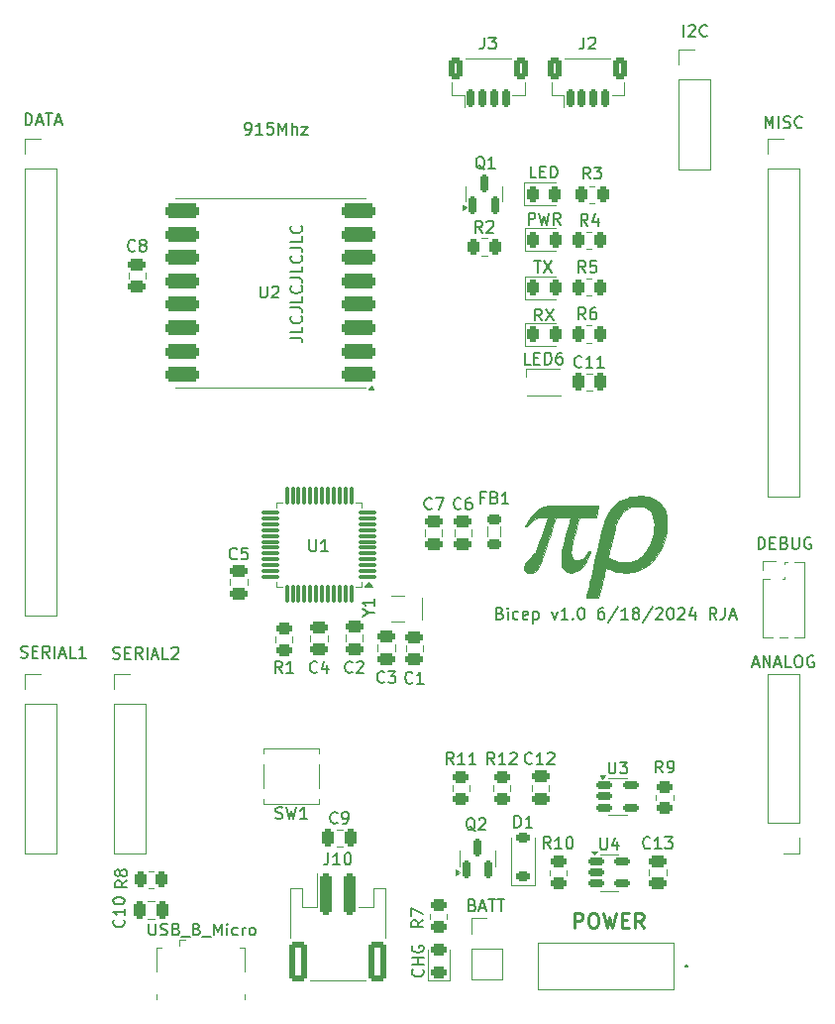
<source format=gbr>
%TF.GenerationSoftware,KiCad,Pcbnew,8.0.3*%
%TF.CreationDate,2024-06-19T01:19:57-05:00*%
%TF.ProjectId,bicep,62696365-702e-46b6-9963-61645f706362,rev?*%
%TF.SameCoordinates,Original*%
%TF.FileFunction,Legend,Top*%
%TF.FilePolarity,Positive*%
%FSLAX46Y46*%
G04 Gerber Fmt 4.6, Leading zero omitted, Abs format (unit mm)*
G04 Created by KiCad (PCBNEW 8.0.3) date 2024-06-19 01:19:57*
%MOMM*%
%LPD*%
G01*
G04 APERTURE LIST*
G04 Aperture macros list*
%AMRoundRect*
0 Rectangle with rounded corners*
0 $1 Rounding radius*
0 $2 $3 $4 $5 $6 $7 $8 $9 X,Y pos of 4 corners*
0 Add a 4 corners polygon primitive as box body*
4,1,4,$2,$3,$4,$5,$6,$7,$8,$9,$2,$3,0*
0 Add four circle primitives for the rounded corners*
1,1,$1+$1,$2,$3*
1,1,$1+$1,$4,$5*
1,1,$1+$1,$6,$7*
1,1,$1+$1,$8,$9*
0 Add four rect primitives between the rounded corners*
20,1,$1+$1,$2,$3,$4,$5,0*
20,1,$1+$1,$4,$5,$6,$7,0*
20,1,$1+$1,$6,$7,$8,$9,0*
20,1,$1+$1,$8,$9,$2,$3,0*%
G04 Aperture macros list end*
%ADD10C,0.150000*%
%ADD11C,0.254000*%
%ADD12C,0.120000*%
%ADD13C,0.005000*%
%ADD14C,0.100000*%
%ADD15C,0.200000*%
%ADD16R,0.700000X0.700000*%
%ADD17RoundRect,0.317500X1.157500X0.317500X-1.157500X0.317500X-1.157500X-0.317500X1.157500X-0.317500X0*%
%ADD18RoundRect,0.250000X-0.250000X-1.500000X0.250000X-1.500000X0.250000X1.500000X-0.250000X1.500000X0*%
%ADD19RoundRect,0.250001X-0.499999X-1.449999X0.499999X-1.449999X0.499999X1.449999X-0.499999X1.449999X0*%
%ADD20RoundRect,0.250000X-0.450000X0.262500X-0.450000X-0.262500X0.450000X-0.262500X0.450000X0.262500X0*%
%ADD21RoundRect,0.150000X0.150000X-0.587500X0.150000X0.587500X-0.150000X0.587500X-0.150000X-0.587500X0*%
%ADD22RoundRect,0.250000X0.262500X0.450000X-0.262500X0.450000X-0.262500X-0.450000X0.262500X-0.450000X0*%
%ADD23R,1.600000X1.400000*%
%ADD24RoundRect,0.250000X0.450000X-0.262500X0.450000X0.262500X-0.450000X0.262500X-0.450000X-0.262500X0*%
%ADD25R,0.400000X1.350000*%
%ADD26O,0.890000X1.550000*%
%ADD27R,1.200000X1.550000*%
%ADD28O,1.250000X0.950000*%
%ADD29R,1.500000X1.550000*%
%ADD30RoundRect,0.243750X-0.243750X-0.456250X0.243750X-0.456250X0.243750X0.456250X-0.243750X0.456250X0*%
%ADD31RoundRect,0.250000X0.475000X-0.250000X0.475000X0.250000X-0.475000X0.250000X-0.475000X-0.250000X0*%
%ADD32C,5.700000*%
%ADD33R,1.700000X1.700000*%
%ADD34O,1.700000X1.700000*%
%ADD35R,1.000000X1.800000*%
%ADD36RoundRect,0.150000X-0.512500X-0.150000X0.512500X-0.150000X0.512500X0.150000X-0.512500X0.150000X0*%
%ADD37RoundRect,0.250000X-0.262500X-0.450000X0.262500X-0.450000X0.262500X0.450000X-0.262500X0.450000X0*%
%ADD38RoundRect,0.150000X-0.150000X-0.625000X0.150000X-0.625000X0.150000X0.625000X-0.150000X0.625000X0*%
%ADD39RoundRect,0.250000X-0.350000X-0.650000X0.350000X-0.650000X0.350000X0.650000X-0.350000X0.650000X0*%
%ADD40RoundRect,0.225000X0.375000X-0.225000X0.375000X0.225000X-0.375000X0.225000X-0.375000X-0.225000X0*%
%ADD41C,1.500000*%
%ADD42RoundRect,0.075000X0.662500X0.075000X-0.662500X0.075000X-0.662500X-0.075000X0.662500X-0.075000X0*%
%ADD43RoundRect,0.075000X0.075000X0.662500X-0.075000X0.662500X-0.075000X-0.662500X0.075000X-0.662500X0*%
%ADD44RoundRect,0.250000X-0.475000X0.250000X-0.475000X-0.250000X0.475000X-0.250000X0.475000X0.250000X0*%
%ADD45RoundRect,0.250000X-0.250000X-0.475000X0.250000X-0.475000X0.250000X0.475000X-0.250000X0.475000X0*%
%ADD46R,1.000000X1.000000*%
%ADD47O,1.000000X1.000000*%
%ADD48RoundRect,0.250000X0.250000X0.475000X-0.250000X0.475000X-0.250000X-0.475000X0.250000X-0.475000X0*%
%ADD49RoundRect,0.218750X-0.381250X0.218750X-0.381250X-0.218750X0.381250X-0.218750X0.381250X0.218750X0*%
%ADD50RoundRect,0.243750X0.456250X-0.243750X0.456250X0.243750X-0.456250X0.243750X-0.456250X-0.243750X0*%
G04 APERTURE END LIST*
D10*
X133119819Y-86827506D02*
X133834104Y-86827506D01*
X133834104Y-86827506D02*
X133976961Y-86875125D01*
X133976961Y-86875125D02*
X134072200Y-86970363D01*
X134072200Y-86970363D02*
X134119819Y-87113220D01*
X134119819Y-87113220D02*
X134119819Y-87208458D01*
X134119819Y-85875125D02*
X134119819Y-86351315D01*
X134119819Y-86351315D02*
X133119819Y-86351315D01*
X134024580Y-84970363D02*
X134072200Y-85017982D01*
X134072200Y-85017982D02*
X134119819Y-85160839D01*
X134119819Y-85160839D02*
X134119819Y-85256077D01*
X134119819Y-85256077D02*
X134072200Y-85398934D01*
X134072200Y-85398934D02*
X133976961Y-85494172D01*
X133976961Y-85494172D02*
X133881723Y-85541791D01*
X133881723Y-85541791D02*
X133691247Y-85589410D01*
X133691247Y-85589410D02*
X133548390Y-85589410D01*
X133548390Y-85589410D02*
X133357914Y-85541791D01*
X133357914Y-85541791D02*
X133262676Y-85494172D01*
X133262676Y-85494172D02*
X133167438Y-85398934D01*
X133167438Y-85398934D02*
X133119819Y-85256077D01*
X133119819Y-85256077D02*
X133119819Y-85160839D01*
X133119819Y-85160839D02*
X133167438Y-85017982D01*
X133167438Y-85017982D02*
X133215057Y-84970363D01*
X133119819Y-84256077D02*
X133834104Y-84256077D01*
X133834104Y-84256077D02*
X133976961Y-84303696D01*
X133976961Y-84303696D02*
X134072200Y-84398934D01*
X134072200Y-84398934D02*
X134119819Y-84541791D01*
X134119819Y-84541791D02*
X134119819Y-84637029D01*
X134119819Y-83303696D02*
X134119819Y-83779886D01*
X134119819Y-83779886D02*
X133119819Y-83779886D01*
X134024580Y-82398934D02*
X134072200Y-82446553D01*
X134072200Y-82446553D02*
X134119819Y-82589410D01*
X134119819Y-82589410D02*
X134119819Y-82684648D01*
X134119819Y-82684648D02*
X134072200Y-82827505D01*
X134072200Y-82827505D02*
X133976961Y-82922743D01*
X133976961Y-82922743D02*
X133881723Y-82970362D01*
X133881723Y-82970362D02*
X133691247Y-83017981D01*
X133691247Y-83017981D02*
X133548390Y-83017981D01*
X133548390Y-83017981D02*
X133357914Y-82970362D01*
X133357914Y-82970362D02*
X133262676Y-82922743D01*
X133262676Y-82922743D02*
X133167438Y-82827505D01*
X133167438Y-82827505D02*
X133119819Y-82684648D01*
X133119819Y-82684648D02*
X133119819Y-82589410D01*
X133119819Y-82589410D02*
X133167438Y-82446553D01*
X133167438Y-82446553D02*
X133215057Y-82398934D01*
X133119819Y-81684648D02*
X133834104Y-81684648D01*
X133834104Y-81684648D02*
X133976961Y-81732267D01*
X133976961Y-81732267D02*
X134072200Y-81827505D01*
X134072200Y-81827505D02*
X134119819Y-81970362D01*
X134119819Y-81970362D02*
X134119819Y-82065600D01*
X134119819Y-80732267D02*
X134119819Y-81208457D01*
X134119819Y-81208457D02*
X133119819Y-81208457D01*
X134024580Y-79827505D02*
X134072200Y-79875124D01*
X134072200Y-79875124D02*
X134119819Y-80017981D01*
X134119819Y-80017981D02*
X134119819Y-80113219D01*
X134119819Y-80113219D02*
X134072200Y-80256076D01*
X134072200Y-80256076D02*
X133976961Y-80351314D01*
X133976961Y-80351314D02*
X133881723Y-80398933D01*
X133881723Y-80398933D02*
X133691247Y-80446552D01*
X133691247Y-80446552D02*
X133548390Y-80446552D01*
X133548390Y-80446552D02*
X133357914Y-80398933D01*
X133357914Y-80398933D02*
X133262676Y-80351314D01*
X133262676Y-80351314D02*
X133167438Y-80256076D01*
X133167438Y-80256076D02*
X133119819Y-80113219D01*
X133119819Y-80113219D02*
X133119819Y-80017981D01*
X133119819Y-80017981D02*
X133167438Y-79875124D01*
X133167438Y-79875124D02*
X133215057Y-79827505D01*
X133119819Y-79113219D02*
X133834104Y-79113219D01*
X133834104Y-79113219D02*
X133976961Y-79160838D01*
X133976961Y-79160838D02*
X134072200Y-79256076D01*
X134072200Y-79256076D02*
X134119819Y-79398933D01*
X134119819Y-79398933D02*
X134119819Y-79494171D01*
X134119819Y-78160838D02*
X134119819Y-78637028D01*
X134119819Y-78637028D02*
X133119819Y-78637028D01*
X134024580Y-77256076D02*
X134072200Y-77303695D01*
X134072200Y-77303695D02*
X134119819Y-77446552D01*
X134119819Y-77446552D02*
X134119819Y-77541790D01*
X134119819Y-77541790D02*
X134072200Y-77684647D01*
X134072200Y-77684647D02*
X133976961Y-77779885D01*
X133976961Y-77779885D02*
X133881723Y-77827504D01*
X133881723Y-77827504D02*
X133691247Y-77875123D01*
X133691247Y-77875123D02*
X133548390Y-77875123D01*
X133548390Y-77875123D02*
X133357914Y-77827504D01*
X133357914Y-77827504D02*
X133262676Y-77779885D01*
X133262676Y-77779885D02*
X133167438Y-77684647D01*
X133167438Y-77684647D02*
X133119819Y-77541790D01*
X133119819Y-77541790D02*
X133119819Y-77446552D01*
X133119819Y-77446552D02*
X133167438Y-77303695D01*
X133167438Y-77303695D02*
X133215057Y-77256076D01*
X151020112Y-110346009D02*
X151162969Y-110393628D01*
X151162969Y-110393628D02*
X151210588Y-110441247D01*
X151210588Y-110441247D02*
X151258207Y-110536485D01*
X151258207Y-110536485D02*
X151258207Y-110679342D01*
X151258207Y-110679342D02*
X151210588Y-110774580D01*
X151210588Y-110774580D02*
X151162969Y-110822200D01*
X151162969Y-110822200D02*
X151067731Y-110869819D01*
X151067731Y-110869819D02*
X150686779Y-110869819D01*
X150686779Y-110869819D02*
X150686779Y-109869819D01*
X150686779Y-109869819D02*
X151020112Y-109869819D01*
X151020112Y-109869819D02*
X151115350Y-109917438D01*
X151115350Y-109917438D02*
X151162969Y-109965057D01*
X151162969Y-109965057D02*
X151210588Y-110060295D01*
X151210588Y-110060295D02*
X151210588Y-110155533D01*
X151210588Y-110155533D02*
X151162969Y-110250771D01*
X151162969Y-110250771D02*
X151115350Y-110298390D01*
X151115350Y-110298390D02*
X151020112Y-110346009D01*
X151020112Y-110346009D02*
X150686779Y-110346009D01*
X151686779Y-110869819D02*
X151686779Y-110203152D01*
X151686779Y-109869819D02*
X151639160Y-109917438D01*
X151639160Y-109917438D02*
X151686779Y-109965057D01*
X151686779Y-109965057D02*
X151734398Y-109917438D01*
X151734398Y-109917438D02*
X151686779Y-109869819D01*
X151686779Y-109869819D02*
X151686779Y-109965057D01*
X152591540Y-110822200D02*
X152496302Y-110869819D01*
X152496302Y-110869819D02*
X152305826Y-110869819D01*
X152305826Y-110869819D02*
X152210588Y-110822200D01*
X152210588Y-110822200D02*
X152162969Y-110774580D01*
X152162969Y-110774580D02*
X152115350Y-110679342D01*
X152115350Y-110679342D02*
X152115350Y-110393628D01*
X152115350Y-110393628D02*
X152162969Y-110298390D01*
X152162969Y-110298390D02*
X152210588Y-110250771D01*
X152210588Y-110250771D02*
X152305826Y-110203152D01*
X152305826Y-110203152D02*
X152496302Y-110203152D01*
X152496302Y-110203152D02*
X152591540Y-110250771D01*
X153401064Y-110822200D02*
X153305826Y-110869819D01*
X153305826Y-110869819D02*
X153115350Y-110869819D01*
X153115350Y-110869819D02*
X153020112Y-110822200D01*
X153020112Y-110822200D02*
X152972493Y-110726961D01*
X152972493Y-110726961D02*
X152972493Y-110346009D01*
X152972493Y-110346009D02*
X153020112Y-110250771D01*
X153020112Y-110250771D02*
X153115350Y-110203152D01*
X153115350Y-110203152D02*
X153305826Y-110203152D01*
X153305826Y-110203152D02*
X153401064Y-110250771D01*
X153401064Y-110250771D02*
X153448683Y-110346009D01*
X153448683Y-110346009D02*
X153448683Y-110441247D01*
X153448683Y-110441247D02*
X152972493Y-110536485D01*
X153877255Y-110203152D02*
X153877255Y-111203152D01*
X153877255Y-110250771D02*
X153972493Y-110203152D01*
X153972493Y-110203152D02*
X154162969Y-110203152D01*
X154162969Y-110203152D02*
X154258207Y-110250771D01*
X154258207Y-110250771D02*
X154305826Y-110298390D01*
X154305826Y-110298390D02*
X154353445Y-110393628D01*
X154353445Y-110393628D02*
X154353445Y-110679342D01*
X154353445Y-110679342D02*
X154305826Y-110774580D01*
X154305826Y-110774580D02*
X154258207Y-110822200D01*
X154258207Y-110822200D02*
X154162969Y-110869819D01*
X154162969Y-110869819D02*
X153972493Y-110869819D01*
X153972493Y-110869819D02*
X153877255Y-110822200D01*
X155448684Y-110203152D02*
X155686779Y-110869819D01*
X155686779Y-110869819D02*
X155924874Y-110203152D01*
X156829636Y-110869819D02*
X156258208Y-110869819D01*
X156543922Y-110869819D02*
X156543922Y-109869819D01*
X156543922Y-109869819D02*
X156448684Y-110012676D01*
X156448684Y-110012676D02*
X156353446Y-110107914D01*
X156353446Y-110107914D02*
X156258208Y-110155533D01*
X157258208Y-110774580D02*
X157305827Y-110822200D01*
X157305827Y-110822200D02*
X157258208Y-110869819D01*
X157258208Y-110869819D02*
X157210589Y-110822200D01*
X157210589Y-110822200D02*
X157258208Y-110774580D01*
X157258208Y-110774580D02*
X157258208Y-110869819D01*
X157924874Y-109869819D02*
X158020112Y-109869819D01*
X158020112Y-109869819D02*
X158115350Y-109917438D01*
X158115350Y-109917438D02*
X158162969Y-109965057D01*
X158162969Y-109965057D02*
X158210588Y-110060295D01*
X158210588Y-110060295D02*
X158258207Y-110250771D01*
X158258207Y-110250771D02*
X158258207Y-110488866D01*
X158258207Y-110488866D02*
X158210588Y-110679342D01*
X158210588Y-110679342D02*
X158162969Y-110774580D01*
X158162969Y-110774580D02*
X158115350Y-110822200D01*
X158115350Y-110822200D02*
X158020112Y-110869819D01*
X158020112Y-110869819D02*
X157924874Y-110869819D01*
X157924874Y-110869819D02*
X157829636Y-110822200D01*
X157829636Y-110822200D02*
X157782017Y-110774580D01*
X157782017Y-110774580D02*
X157734398Y-110679342D01*
X157734398Y-110679342D02*
X157686779Y-110488866D01*
X157686779Y-110488866D02*
X157686779Y-110250771D01*
X157686779Y-110250771D02*
X157734398Y-110060295D01*
X157734398Y-110060295D02*
X157782017Y-109965057D01*
X157782017Y-109965057D02*
X157829636Y-109917438D01*
X157829636Y-109917438D02*
X157924874Y-109869819D01*
X159877255Y-109869819D02*
X159686779Y-109869819D01*
X159686779Y-109869819D02*
X159591541Y-109917438D01*
X159591541Y-109917438D02*
X159543922Y-109965057D01*
X159543922Y-109965057D02*
X159448684Y-110107914D01*
X159448684Y-110107914D02*
X159401065Y-110298390D01*
X159401065Y-110298390D02*
X159401065Y-110679342D01*
X159401065Y-110679342D02*
X159448684Y-110774580D01*
X159448684Y-110774580D02*
X159496303Y-110822200D01*
X159496303Y-110822200D02*
X159591541Y-110869819D01*
X159591541Y-110869819D02*
X159782017Y-110869819D01*
X159782017Y-110869819D02*
X159877255Y-110822200D01*
X159877255Y-110822200D02*
X159924874Y-110774580D01*
X159924874Y-110774580D02*
X159972493Y-110679342D01*
X159972493Y-110679342D02*
X159972493Y-110441247D01*
X159972493Y-110441247D02*
X159924874Y-110346009D01*
X159924874Y-110346009D02*
X159877255Y-110298390D01*
X159877255Y-110298390D02*
X159782017Y-110250771D01*
X159782017Y-110250771D02*
X159591541Y-110250771D01*
X159591541Y-110250771D02*
X159496303Y-110298390D01*
X159496303Y-110298390D02*
X159448684Y-110346009D01*
X159448684Y-110346009D02*
X159401065Y-110441247D01*
X161115350Y-109822200D02*
X160258208Y-111107914D01*
X161972493Y-110869819D02*
X161401065Y-110869819D01*
X161686779Y-110869819D02*
X161686779Y-109869819D01*
X161686779Y-109869819D02*
X161591541Y-110012676D01*
X161591541Y-110012676D02*
X161496303Y-110107914D01*
X161496303Y-110107914D02*
X161401065Y-110155533D01*
X162543922Y-110298390D02*
X162448684Y-110250771D01*
X162448684Y-110250771D02*
X162401065Y-110203152D01*
X162401065Y-110203152D02*
X162353446Y-110107914D01*
X162353446Y-110107914D02*
X162353446Y-110060295D01*
X162353446Y-110060295D02*
X162401065Y-109965057D01*
X162401065Y-109965057D02*
X162448684Y-109917438D01*
X162448684Y-109917438D02*
X162543922Y-109869819D01*
X162543922Y-109869819D02*
X162734398Y-109869819D01*
X162734398Y-109869819D02*
X162829636Y-109917438D01*
X162829636Y-109917438D02*
X162877255Y-109965057D01*
X162877255Y-109965057D02*
X162924874Y-110060295D01*
X162924874Y-110060295D02*
X162924874Y-110107914D01*
X162924874Y-110107914D02*
X162877255Y-110203152D01*
X162877255Y-110203152D02*
X162829636Y-110250771D01*
X162829636Y-110250771D02*
X162734398Y-110298390D01*
X162734398Y-110298390D02*
X162543922Y-110298390D01*
X162543922Y-110298390D02*
X162448684Y-110346009D01*
X162448684Y-110346009D02*
X162401065Y-110393628D01*
X162401065Y-110393628D02*
X162353446Y-110488866D01*
X162353446Y-110488866D02*
X162353446Y-110679342D01*
X162353446Y-110679342D02*
X162401065Y-110774580D01*
X162401065Y-110774580D02*
X162448684Y-110822200D01*
X162448684Y-110822200D02*
X162543922Y-110869819D01*
X162543922Y-110869819D02*
X162734398Y-110869819D01*
X162734398Y-110869819D02*
X162829636Y-110822200D01*
X162829636Y-110822200D02*
X162877255Y-110774580D01*
X162877255Y-110774580D02*
X162924874Y-110679342D01*
X162924874Y-110679342D02*
X162924874Y-110488866D01*
X162924874Y-110488866D02*
X162877255Y-110393628D01*
X162877255Y-110393628D02*
X162829636Y-110346009D01*
X162829636Y-110346009D02*
X162734398Y-110298390D01*
X164067731Y-109822200D02*
X163210589Y-111107914D01*
X164353446Y-109965057D02*
X164401065Y-109917438D01*
X164401065Y-109917438D02*
X164496303Y-109869819D01*
X164496303Y-109869819D02*
X164734398Y-109869819D01*
X164734398Y-109869819D02*
X164829636Y-109917438D01*
X164829636Y-109917438D02*
X164877255Y-109965057D01*
X164877255Y-109965057D02*
X164924874Y-110060295D01*
X164924874Y-110060295D02*
X164924874Y-110155533D01*
X164924874Y-110155533D02*
X164877255Y-110298390D01*
X164877255Y-110298390D02*
X164305827Y-110869819D01*
X164305827Y-110869819D02*
X164924874Y-110869819D01*
X165543922Y-109869819D02*
X165639160Y-109869819D01*
X165639160Y-109869819D02*
X165734398Y-109917438D01*
X165734398Y-109917438D02*
X165782017Y-109965057D01*
X165782017Y-109965057D02*
X165829636Y-110060295D01*
X165829636Y-110060295D02*
X165877255Y-110250771D01*
X165877255Y-110250771D02*
X165877255Y-110488866D01*
X165877255Y-110488866D02*
X165829636Y-110679342D01*
X165829636Y-110679342D02*
X165782017Y-110774580D01*
X165782017Y-110774580D02*
X165734398Y-110822200D01*
X165734398Y-110822200D02*
X165639160Y-110869819D01*
X165639160Y-110869819D02*
X165543922Y-110869819D01*
X165543922Y-110869819D02*
X165448684Y-110822200D01*
X165448684Y-110822200D02*
X165401065Y-110774580D01*
X165401065Y-110774580D02*
X165353446Y-110679342D01*
X165353446Y-110679342D02*
X165305827Y-110488866D01*
X165305827Y-110488866D02*
X165305827Y-110250771D01*
X165305827Y-110250771D02*
X165353446Y-110060295D01*
X165353446Y-110060295D02*
X165401065Y-109965057D01*
X165401065Y-109965057D02*
X165448684Y-109917438D01*
X165448684Y-109917438D02*
X165543922Y-109869819D01*
X166258208Y-109965057D02*
X166305827Y-109917438D01*
X166305827Y-109917438D02*
X166401065Y-109869819D01*
X166401065Y-109869819D02*
X166639160Y-109869819D01*
X166639160Y-109869819D02*
X166734398Y-109917438D01*
X166734398Y-109917438D02*
X166782017Y-109965057D01*
X166782017Y-109965057D02*
X166829636Y-110060295D01*
X166829636Y-110060295D02*
X166829636Y-110155533D01*
X166829636Y-110155533D02*
X166782017Y-110298390D01*
X166782017Y-110298390D02*
X166210589Y-110869819D01*
X166210589Y-110869819D02*
X166829636Y-110869819D01*
X167686779Y-110203152D02*
X167686779Y-110869819D01*
X167448684Y-109822200D02*
X167210589Y-110536485D01*
X167210589Y-110536485D02*
X167829636Y-110536485D01*
X169543922Y-110869819D02*
X169210589Y-110393628D01*
X168972494Y-110869819D02*
X168972494Y-109869819D01*
X168972494Y-109869819D02*
X169353446Y-109869819D01*
X169353446Y-109869819D02*
X169448684Y-109917438D01*
X169448684Y-109917438D02*
X169496303Y-109965057D01*
X169496303Y-109965057D02*
X169543922Y-110060295D01*
X169543922Y-110060295D02*
X169543922Y-110203152D01*
X169543922Y-110203152D02*
X169496303Y-110298390D01*
X169496303Y-110298390D02*
X169448684Y-110346009D01*
X169448684Y-110346009D02*
X169353446Y-110393628D01*
X169353446Y-110393628D02*
X168972494Y-110393628D01*
X170258208Y-109869819D02*
X170258208Y-110584104D01*
X170258208Y-110584104D02*
X170210589Y-110726961D01*
X170210589Y-110726961D02*
X170115351Y-110822200D01*
X170115351Y-110822200D02*
X169972494Y-110869819D01*
X169972494Y-110869819D02*
X169877256Y-110869819D01*
X170686780Y-110584104D02*
X171162970Y-110584104D01*
X170591542Y-110869819D02*
X170924875Y-109869819D01*
X170924875Y-109869819D02*
X171258208Y-110869819D01*
X153630952Y-89094819D02*
X153154762Y-89094819D01*
X153154762Y-89094819D02*
X153154762Y-88094819D01*
X153964286Y-88571009D02*
X154297619Y-88571009D01*
X154440476Y-89094819D02*
X153964286Y-89094819D01*
X153964286Y-89094819D02*
X153964286Y-88094819D01*
X153964286Y-88094819D02*
X154440476Y-88094819D01*
X154869048Y-89094819D02*
X154869048Y-88094819D01*
X154869048Y-88094819D02*
X155107143Y-88094819D01*
X155107143Y-88094819D02*
X155250000Y-88142438D01*
X155250000Y-88142438D02*
X155345238Y-88237676D01*
X155345238Y-88237676D02*
X155392857Y-88332914D01*
X155392857Y-88332914D02*
X155440476Y-88523390D01*
X155440476Y-88523390D02*
X155440476Y-88666247D01*
X155440476Y-88666247D02*
X155392857Y-88856723D01*
X155392857Y-88856723D02*
X155345238Y-88951961D01*
X155345238Y-88951961D02*
X155250000Y-89047200D01*
X155250000Y-89047200D02*
X155107143Y-89094819D01*
X155107143Y-89094819D02*
X154869048Y-89094819D01*
X156297619Y-88094819D02*
X156107143Y-88094819D01*
X156107143Y-88094819D02*
X156011905Y-88142438D01*
X156011905Y-88142438D02*
X155964286Y-88190057D01*
X155964286Y-88190057D02*
X155869048Y-88332914D01*
X155869048Y-88332914D02*
X155821429Y-88523390D01*
X155821429Y-88523390D02*
X155821429Y-88904342D01*
X155821429Y-88904342D02*
X155869048Y-88999580D01*
X155869048Y-88999580D02*
X155916667Y-89047200D01*
X155916667Y-89047200D02*
X156011905Y-89094819D01*
X156011905Y-89094819D02*
X156202381Y-89094819D01*
X156202381Y-89094819D02*
X156297619Y-89047200D01*
X156297619Y-89047200D02*
X156345238Y-88999580D01*
X156345238Y-88999580D02*
X156392857Y-88904342D01*
X156392857Y-88904342D02*
X156392857Y-88666247D01*
X156392857Y-88666247D02*
X156345238Y-88571009D01*
X156345238Y-88571009D02*
X156297619Y-88523390D01*
X156297619Y-88523390D02*
X156202381Y-88475771D01*
X156202381Y-88475771D02*
X156011905Y-88475771D01*
X156011905Y-88475771D02*
X155916667Y-88523390D01*
X155916667Y-88523390D02*
X155869048Y-88571009D01*
X155869048Y-88571009D02*
X155821429Y-88666247D01*
X130538095Y-82404819D02*
X130538095Y-83214342D01*
X130538095Y-83214342D02*
X130585714Y-83309580D01*
X130585714Y-83309580D02*
X130633333Y-83357200D01*
X130633333Y-83357200D02*
X130728571Y-83404819D01*
X130728571Y-83404819D02*
X130919047Y-83404819D01*
X130919047Y-83404819D02*
X131014285Y-83357200D01*
X131014285Y-83357200D02*
X131061904Y-83309580D01*
X131061904Y-83309580D02*
X131109523Y-83214342D01*
X131109523Y-83214342D02*
X131109523Y-82404819D01*
X131538095Y-82500057D02*
X131585714Y-82452438D01*
X131585714Y-82452438D02*
X131680952Y-82404819D01*
X131680952Y-82404819D02*
X131919047Y-82404819D01*
X131919047Y-82404819D02*
X132014285Y-82452438D01*
X132014285Y-82452438D02*
X132061904Y-82500057D01*
X132061904Y-82500057D02*
X132109523Y-82595295D01*
X132109523Y-82595295D02*
X132109523Y-82690533D01*
X132109523Y-82690533D02*
X132061904Y-82833390D01*
X132061904Y-82833390D02*
X131490476Y-83404819D01*
X131490476Y-83404819D02*
X132109523Y-83404819D01*
X136350476Y-130814819D02*
X136350476Y-131529104D01*
X136350476Y-131529104D02*
X136302857Y-131671961D01*
X136302857Y-131671961D02*
X136207619Y-131767200D01*
X136207619Y-131767200D02*
X136064762Y-131814819D01*
X136064762Y-131814819D02*
X135969524Y-131814819D01*
X137350476Y-131814819D02*
X136779048Y-131814819D01*
X137064762Y-131814819D02*
X137064762Y-130814819D01*
X137064762Y-130814819D02*
X136969524Y-130957676D01*
X136969524Y-130957676D02*
X136874286Y-131052914D01*
X136874286Y-131052914D02*
X136779048Y-131100533D01*
X137969524Y-130814819D02*
X138064762Y-130814819D01*
X138064762Y-130814819D02*
X138160000Y-130862438D01*
X138160000Y-130862438D02*
X138207619Y-130910057D01*
X138207619Y-130910057D02*
X138255238Y-131005295D01*
X138255238Y-131005295D02*
X138302857Y-131195771D01*
X138302857Y-131195771D02*
X138302857Y-131433866D01*
X138302857Y-131433866D02*
X138255238Y-131624342D01*
X138255238Y-131624342D02*
X138207619Y-131719580D01*
X138207619Y-131719580D02*
X138160000Y-131767200D01*
X138160000Y-131767200D02*
X138064762Y-131814819D01*
X138064762Y-131814819D02*
X137969524Y-131814819D01*
X137969524Y-131814819D02*
X137874286Y-131767200D01*
X137874286Y-131767200D02*
X137826667Y-131719580D01*
X137826667Y-131719580D02*
X137779048Y-131624342D01*
X137779048Y-131624342D02*
X137731429Y-131433866D01*
X137731429Y-131433866D02*
X137731429Y-131195771D01*
X137731429Y-131195771D02*
X137779048Y-131005295D01*
X137779048Y-131005295D02*
X137826667Y-130910057D01*
X137826667Y-130910057D02*
X137874286Y-130862438D01*
X137874286Y-130862438D02*
X137969524Y-130814819D01*
X150557142Y-123254819D02*
X150223809Y-122778628D01*
X149985714Y-123254819D02*
X149985714Y-122254819D01*
X149985714Y-122254819D02*
X150366666Y-122254819D01*
X150366666Y-122254819D02*
X150461904Y-122302438D01*
X150461904Y-122302438D02*
X150509523Y-122350057D01*
X150509523Y-122350057D02*
X150557142Y-122445295D01*
X150557142Y-122445295D02*
X150557142Y-122588152D01*
X150557142Y-122588152D02*
X150509523Y-122683390D01*
X150509523Y-122683390D02*
X150461904Y-122731009D01*
X150461904Y-122731009D02*
X150366666Y-122778628D01*
X150366666Y-122778628D02*
X149985714Y-122778628D01*
X151509523Y-123254819D02*
X150938095Y-123254819D01*
X151223809Y-123254819D02*
X151223809Y-122254819D01*
X151223809Y-122254819D02*
X151128571Y-122397676D01*
X151128571Y-122397676D02*
X151033333Y-122492914D01*
X151033333Y-122492914D02*
X150938095Y-122540533D01*
X151890476Y-122350057D02*
X151938095Y-122302438D01*
X151938095Y-122302438D02*
X152033333Y-122254819D01*
X152033333Y-122254819D02*
X152271428Y-122254819D01*
X152271428Y-122254819D02*
X152366666Y-122302438D01*
X152366666Y-122302438D02*
X152414285Y-122350057D01*
X152414285Y-122350057D02*
X152461904Y-122445295D01*
X152461904Y-122445295D02*
X152461904Y-122540533D01*
X152461904Y-122540533D02*
X152414285Y-122683390D01*
X152414285Y-122683390D02*
X151842857Y-123254819D01*
X151842857Y-123254819D02*
X152461904Y-123254819D01*
X148904761Y-128950057D02*
X148809523Y-128902438D01*
X148809523Y-128902438D02*
X148714285Y-128807200D01*
X148714285Y-128807200D02*
X148571428Y-128664342D01*
X148571428Y-128664342D02*
X148476190Y-128616723D01*
X148476190Y-128616723D02*
X148380952Y-128616723D01*
X148428571Y-128854819D02*
X148333333Y-128807200D01*
X148333333Y-128807200D02*
X148238095Y-128711961D01*
X148238095Y-128711961D02*
X148190476Y-128521485D01*
X148190476Y-128521485D02*
X148190476Y-128188152D01*
X148190476Y-128188152D02*
X148238095Y-127997676D01*
X148238095Y-127997676D02*
X148333333Y-127902438D01*
X148333333Y-127902438D02*
X148428571Y-127854819D01*
X148428571Y-127854819D02*
X148619047Y-127854819D01*
X148619047Y-127854819D02*
X148714285Y-127902438D01*
X148714285Y-127902438D02*
X148809523Y-127997676D01*
X148809523Y-127997676D02*
X148857142Y-128188152D01*
X148857142Y-128188152D02*
X148857142Y-128521485D01*
X148857142Y-128521485D02*
X148809523Y-128711961D01*
X148809523Y-128711961D02*
X148714285Y-128807200D01*
X148714285Y-128807200D02*
X148619047Y-128854819D01*
X148619047Y-128854819D02*
X148428571Y-128854819D01*
X149238095Y-127950057D02*
X149285714Y-127902438D01*
X149285714Y-127902438D02*
X149380952Y-127854819D01*
X149380952Y-127854819D02*
X149619047Y-127854819D01*
X149619047Y-127854819D02*
X149714285Y-127902438D01*
X149714285Y-127902438D02*
X149761904Y-127950057D01*
X149761904Y-127950057D02*
X149809523Y-128045295D01*
X149809523Y-128045295D02*
X149809523Y-128140533D01*
X149809523Y-128140533D02*
X149761904Y-128283390D01*
X149761904Y-128283390D02*
X149190476Y-128854819D01*
X149190476Y-128854819D02*
X149809523Y-128854819D01*
X158533333Y-77254819D02*
X158200000Y-76778628D01*
X157961905Y-77254819D02*
X157961905Y-76254819D01*
X157961905Y-76254819D02*
X158342857Y-76254819D01*
X158342857Y-76254819D02*
X158438095Y-76302438D01*
X158438095Y-76302438D02*
X158485714Y-76350057D01*
X158485714Y-76350057D02*
X158533333Y-76445295D01*
X158533333Y-76445295D02*
X158533333Y-76588152D01*
X158533333Y-76588152D02*
X158485714Y-76683390D01*
X158485714Y-76683390D02*
X158438095Y-76731009D01*
X158438095Y-76731009D02*
X158342857Y-76778628D01*
X158342857Y-76778628D02*
X157961905Y-76778628D01*
X159390476Y-76588152D02*
X159390476Y-77254819D01*
X159152381Y-76207200D02*
X158914286Y-76921485D01*
X158914286Y-76921485D02*
X159533333Y-76921485D01*
X131866667Y-127857200D02*
X132009524Y-127904819D01*
X132009524Y-127904819D02*
X132247619Y-127904819D01*
X132247619Y-127904819D02*
X132342857Y-127857200D01*
X132342857Y-127857200D02*
X132390476Y-127809580D01*
X132390476Y-127809580D02*
X132438095Y-127714342D01*
X132438095Y-127714342D02*
X132438095Y-127619104D01*
X132438095Y-127619104D02*
X132390476Y-127523866D01*
X132390476Y-127523866D02*
X132342857Y-127476247D01*
X132342857Y-127476247D02*
X132247619Y-127428628D01*
X132247619Y-127428628D02*
X132057143Y-127381009D01*
X132057143Y-127381009D02*
X131961905Y-127333390D01*
X131961905Y-127333390D02*
X131914286Y-127285771D01*
X131914286Y-127285771D02*
X131866667Y-127190533D01*
X131866667Y-127190533D02*
X131866667Y-127095295D01*
X131866667Y-127095295D02*
X131914286Y-127000057D01*
X131914286Y-127000057D02*
X131961905Y-126952438D01*
X131961905Y-126952438D02*
X132057143Y-126904819D01*
X132057143Y-126904819D02*
X132295238Y-126904819D01*
X132295238Y-126904819D02*
X132438095Y-126952438D01*
X132771429Y-126904819D02*
X133009524Y-127904819D01*
X133009524Y-127904819D02*
X133200000Y-127190533D01*
X133200000Y-127190533D02*
X133390476Y-127904819D01*
X133390476Y-127904819D02*
X133628572Y-126904819D01*
X134533333Y-127904819D02*
X133961905Y-127904819D01*
X134247619Y-127904819D02*
X134247619Y-126904819D01*
X134247619Y-126904819D02*
X134152381Y-127047676D01*
X134152381Y-127047676D02*
X134057143Y-127142914D01*
X134057143Y-127142914D02*
X133961905Y-127190533D01*
X147057142Y-123254819D02*
X146723809Y-122778628D01*
X146485714Y-123254819D02*
X146485714Y-122254819D01*
X146485714Y-122254819D02*
X146866666Y-122254819D01*
X146866666Y-122254819D02*
X146961904Y-122302438D01*
X146961904Y-122302438D02*
X147009523Y-122350057D01*
X147009523Y-122350057D02*
X147057142Y-122445295D01*
X147057142Y-122445295D02*
X147057142Y-122588152D01*
X147057142Y-122588152D02*
X147009523Y-122683390D01*
X147009523Y-122683390D02*
X146961904Y-122731009D01*
X146961904Y-122731009D02*
X146866666Y-122778628D01*
X146866666Y-122778628D02*
X146485714Y-122778628D01*
X148009523Y-123254819D02*
X147438095Y-123254819D01*
X147723809Y-123254819D02*
X147723809Y-122254819D01*
X147723809Y-122254819D02*
X147628571Y-122397676D01*
X147628571Y-122397676D02*
X147533333Y-122492914D01*
X147533333Y-122492914D02*
X147438095Y-122540533D01*
X148961904Y-123254819D02*
X148390476Y-123254819D01*
X148676190Y-123254819D02*
X148676190Y-122254819D01*
X148676190Y-122254819D02*
X148580952Y-122397676D01*
X148580952Y-122397676D02*
X148485714Y-122492914D01*
X148485714Y-122492914D02*
X148390476Y-122540533D01*
X121026190Y-136854819D02*
X121026190Y-137664342D01*
X121026190Y-137664342D02*
X121073809Y-137759580D01*
X121073809Y-137759580D02*
X121121428Y-137807200D01*
X121121428Y-137807200D02*
X121216666Y-137854819D01*
X121216666Y-137854819D02*
X121407142Y-137854819D01*
X121407142Y-137854819D02*
X121502380Y-137807200D01*
X121502380Y-137807200D02*
X121549999Y-137759580D01*
X121549999Y-137759580D02*
X121597618Y-137664342D01*
X121597618Y-137664342D02*
X121597618Y-136854819D01*
X122026190Y-137807200D02*
X122169047Y-137854819D01*
X122169047Y-137854819D02*
X122407142Y-137854819D01*
X122407142Y-137854819D02*
X122502380Y-137807200D01*
X122502380Y-137807200D02*
X122549999Y-137759580D01*
X122549999Y-137759580D02*
X122597618Y-137664342D01*
X122597618Y-137664342D02*
X122597618Y-137569104D01*
X122597618Y-137569104D02*
X122549999Y-137473866D01*
X122549999Y-137473866D02*
X122502380Y-137426247D01*
X122502380Y-137426247D02*
X122407142Y-137378628D01*
X122407142Y-137378628D02*
X122216666Y-137331009D01*
X122216666Y-137331009D02*
X122121428Y-137283390D01*
X122121428Y-137283390D02*
X122073809Y-137235771D01*
X122073809Y-137235771D02*
X122026190Y-137140533D01*
X122026190Y-137140533D02*
X122026190Y-137045295D01*
X122026190Y-137045295D02*
X122073809Y-136950057D01*
X122073809Y-136950057D02*
X122121428Y-136902438D01*
X122121428Y-136902438D02*
X122216666Y-136854819D01*
X122216666Y-136854819D02*
X122454761Y-136854819D01*
X122454761Y-136854819D02*
X122597618Y-136902438D01*
X123359523Y-137331009D02*
X123502380Y-137378628D01*
X123502380Y-137378628D02*
X123549999Y-137426247D01*
X123549999Y-137426247D02*
X123597618Y-137521485D01*
X123597618Y-137521485D02*
X123597618Y-137664342D01*
X123597618Y-137664342D02*
X123549999Y-137759580D01*
X123549999Y-137759580D02*
X123502380Y-137807200D01*
X123502380Y-137807200D02*
X123407142Y-137854819D01*
X123407142Y-137854819D02*
X123026190Y-137854819D01*
X123026190Y-137854819D02*
X123026190Y-136854819D01*
X123026190Y-136854819D02*
X123359523Y-136854819D01*
X123359523Y-136854819D02*
X123454761Y-136902438D01*
X123454761Y-136902438D02*
X123502380Y-136950057D01*
X123502380Y-136950057D02*
X123549999Y-137045295D01*
X123549999Y-137045295D02*
X123549999Y-137140533D01*
X123549999Y-137140533D02*
X123502380Y-137235771D01*
X123502380Y-137235771D02*
X123454761Y-137283390D01*
X123454761Y-137283390D02*
X123359523Y-137331009D01*
X123359523Y-137331009D02*
X123026190Y-137331009D01*
X123788095Y-137950057D02*
X124549999Y-137950057D01*
X125121428Y-137331009D02*
X125264285Y-137378628D01*
X125264285Y-137378628D02*
X125311904Y-137426247D01*
X125311904Y-137426247D02*
X125359523Y-137521485D01*
X125359523Y-137521485D02*
X125359523Y-137664342D01*
X125359523Y-137664342D02*
X125311904Y-137759580D01*
X125311904Y-137759580D02*
X125264285Y-137807200D01*
X125264285Y-137807200D02*
X125169047Y-137854819D01*
X125169047Y-137854819D02*
X124788095Y-137854819D01*
X124788095Y-137854819D02*
X124788095Y-136854819D01*
X124788095Y-136854819D02*
X125121428Y-136854819D01*
X125121428Y-136854819D02*
X125216666Y-136902438D01*
X125216666Y-136902438D02*
X125264285Y-136950057D01*
X125264285Y-136950057D02*
X125311904Y-137045295D01*
X125311904Y-137045295D02*
X125311904Y-137140533D01*
X125311904Y-137140533D02*
X125264285Y-137235771D01*
X125264285Y-137235771D02*
X125216666Y-137283390D01*
X125216666Y-137283390D02*
X125121428Y-137331009D01*
X125121428Y-137331009D02*
X124788095Y-137331009D01*
X125550000Y-137950057D02*
X126311904Y-137950057D01*
X126550000Y-137854819D02*
X126550000Y-136854819D01*
X126550000Y-136854819D02*
X126883333Y-137569104D01*
X126883333Y-137569104D02*
X127216666Y-136854819D01*
X127216666Y-136854819D02*
X127216666Y-137854819D01*
X127692857Y-137854819D02*
X127692857Y-137188152D01*
X127692857Y-136854819D02*
X127645238Y-136902438D01*
X127645238Y-136902438D02*
X127692857Y-136950057D01*
X127692857Y-136950057D02*
X127740476Y-136902438D01*
X127740476Y-136902438D02*
X127692857Y-136854819D01*
X127692857Y-136854819D02*
X127692857Y-136950057D01*
X128597618Y-137807200D02*
X128502380Y-137854819D01*
X128502380Y-137854819D02*
X128311904Y-137854819D01*
X128311904Y-137854819D02*
X128216666Y-137807200D01*
X128216666Y-137807200D02*
X128169047Y-137759580D01*
X128169047Y-137759580D02*
X128121428Y-137664342D01*
X128121428Y-137664342D02*
X128121428Y-137378628D01*
X128121428Y-137378628D02*
X128169047Y-137283390D01*
X128169047Y-137283390D02*
X128216666Y-137235771D01*
X128216666Y-137235771D02*
X128311904Y-137188152D01*
X128311904Y-137188152D02*
X128502380Y-137188152D01*
X128502380Y-137188152D02*
X128597618Y-137235771D01*
X129026190Y-137854819D02*
X129026190Y-137188152D01*
X129026190Y-137378628D02*
X129073809Y-137283390D01*
X129073809Y-137283390D02*
X129121428Y-137235771D01*
X129121428Y-137235771D02*
X129216666Y-137188152D01*
X129216666Y-137188152D02*
X129311904Y-137188152D01*
X129788095Y-137854819D02*
X129692857Y-137807200D01*
X129692857Y-137807200D02*
X129645238Y-137759580D01*
X129645238Y-137759580D02*
X129597619Y-137664342D01*
X129597619Y-137664342D02*
X129597619Y-137378628D01*
X129597619Y-137378628D02*
X129645238Y-137283390D01*
X129645238Y-137283390D02*
X129692857Y-137235771D01*
X129692857Y-137235771D02*
X129788095Y-137188152D01*
X129788095Y-137188152D02*
X129930952Y-137188152D01*
X129930952Y-137188152D02*
X130026190Y-137235771D01*
X130026190Y-137235771D02*
X130073809Y-137283390D01*
X130073809Y-137283390D02*
X130121428Y-137378628D01*
X130121428Y-137378628D02*
X130121428Y-137664342D01*
X130121428Y-137664342D02*
X130073809Y-137759580D01*
X130073809Y-137759580D02*
X130026190Y-137807200D01*
X130026190Y-137807200D02*
X129930952Y-137854819D01*
X129930952Y-137854819D02*
X129788095Y-137854819D01*
X154107142Y-73154819D02*
X153630952Y-73154819D01*
X153630952Y-73154819D02*
X153630952Y-72154819D01*
X154440476Y-72631009D02*
X154773809Y-72631009D01*
X154916666Y-73154819D02*
X154440476Y-73154819D01*
X154440476Y-73154819D02*
X154440476Y-72154819D01*
X154440476Y-72154819D02*
X154916666Y-72154819D01*
X155345238Y-73154819D02*
X155345238Y-72154819D01*
X155345238Y-72154819D02*
X155583333Y-72154819D01*
X155583333Y-72154819D02*
X155726190Y-72202438D01*
X155726190Y-72202438D02*
X155821428Y-72297676D01*
X155821428Y-72297676D02*
X155869047Y-72392914D01*
X155869047Y-72392914D02*
X155916666Y-72583390D01*
X155916666Y-72583390D02*
X155916666Y-72726247D01*
X155916666Y-72726247D02*
X155869047Y-72916723D01*
X155869047Y-72916723D02*
X155821428Y-73011961D01*
X155821428Y-73011961D02*
X155726190Y-73107200D01*
X155726190Y-73107200D02*
X155583333Y-73154819D01*
X155583333Y-73154819D02*
X155345238Y-73154819D01*
X153938095Y-80254819D02*
X154509523Y-80254819D01*
X154223809Y-81254819D02*
X154223809Y-80254819D01*
X154747619Y-80254819D02*
X155414285Y-81254819D01*
X155414285Y-80254819D02*
X154747619Y-81254819D01*
X153757142Y-123159580D02*
X153709523Y-123207200D01*
X153709523Y-123207200D02*
X153566666Y-123254819D01*
X153566666Y-123254819D02*
X153471428Y-123254819D01*
X153471428Y-123254819D02*
X153328571Y-123207200D01*
X153328571Y-123207200D02*
X153233333Y-123111961D01*
X153233333Y-123111961D02*
X153185714Y-123016723D01*
X153185714Y-123016723D02*
X153138095Y-122826247D01*
X153138095Y-122826247D02*
X153138095Y-122683390D01*
X153138095Y-122683390D02*
X153185714Y-122492914D01*
X153185714Y-122492914D02*
X153233333Y-122397676D01*
X153233333Y-122397676D02*
X153328571Y-122302438D01*
X153328571Y-122302438D02*
X153471428Y-122254819D01*
X153471428Y-122254819D02*
X153566666Y-122254819D01*
X153566666Y-122254819D02*
X153709523Y-122302438D01*
X153709523Y-122302438D02*
X153757142Y-122350057D01*
X154709523Y-123254819D02*
X154138095Y-123254819D01*
X154423809Y-123254819D02*
X154423809Y-122254819D01*
X154423809Y-122254819D02*
X154328571Y-122397676D01*
X154328571Y-122397676D02*
X154233333Y-122492914D01*
X154233333Y-122492914D02*
X154138095Y-122540533D01*
X155090476Y-122350057D02*
X155138095Y-122302438D01*
X155138095Y-122302438D02*
X155233333Y-122254819D01*
X155233333Y-122254819D02*
X155471428Y-122254819D01*
X155471428Y-122254819D02*
X155566666Y-122302438D01*
X155566666Y-122302438D02*
X155614285Y-122350057D01*
X155614285Y-122350057D02*
X155661904Y-122445295D01*
X155661904Y-122445295D02*
X155661904Y-122540533D01*
X155661904Y-122540533D02*
X155614285Y-122683390D01*
X155614285Y-122683390D02*
X155042857Y-123254819D01*
X155042857Y-123254819D02*
X155661904Y-123254819D01*
X110450000Y-68654819D02*
X110450000Y-67654819D01*
X110450000Y-67654819D02*
X110688095Y-67654819D01*
X110688095Y-67654819D02*
X110830952Y-67702438D01*
X110830952Y-67702438D02*
X110926190Y-67797676D01*
X110926190Y-67797676D02*
X110973809Y-67892914D01*
X110973809Y-67892914D02*
X111021428Y-68083390D01*
X111021428Y-68083390D02*
X111021428Y-68226247D01*
X111021428Y-68226247D02*
X110973809Y-68416723D01*
X110973809Y-68416723D02*
X110926190Y-68511961D01*
X110926190Y-68511961D02*
X110830952Y-68607200D01*
X110830952Y-68607200D02*
X110688095Y-68654819D01*
X110688095Y-68654819D02*
X110450000Y-68654819D01*
X111402381Y-68369104D02*
X111878571Y-68369104D01*
X111307143Y-68654819D02*
X111640476Y-67654819D01*
X111640476Y-67654819D02*
X111973809Y-68654819D01*
X112164286Y-67654819D02*
X112735714Y-67654819D01*
X112450000Y-68654819D02*
X112450000Y-67654819D01*
X113021429Y-68369104D02*
X113497619Y-68369104D01*
X112926191Y-68654819D02*
X113259524Y-67654819D01*
X113259524Y-67654819D02*
X113592857Y-68654819D01*
X139778628Y-110326190D02*
X140254819Y-110326190D01*
X139254819Y-110659523D02*
X139778628Y-110326190D01*
X139778628Y-110326190D02*
X139254819Y-109992857D01*
X140254819Y-109135714D02*
X140254819Y-109707142D01*
X140254819Y-109421428D02*
X139254819Y-109421428D01*
X139254819Y-109421428D02*
X139397676Y-109516666D01*
X139397676Y-109516666D02*
X139492914Y-109611904D01*
X139492914Y-109611904D02*
X139540533Y-109707142D01*
X159600595Y-129554819D02*
X159600595Y-130364342D01*
X159600595Y-130364342D02*
X159648214Y-130459580D01*
X159648214Y-130459580D02*
X159695833Y-130507200D01*
X159695833Y-130507200D02*
X159791071Y-130554819D01*
X159791071Y-130554819D02*
X159981547Y-130554819D01*
X159981547Y-130554819D02*
X160076785Y-130507200D01*
X160076785Y-130507200D02*
X160124404Y-130459580D01*
X160124404Y-130459580D02*
X160172023Y-130364342D01*
X160172023Y-130364342D02*
X160172023Y-129554819D01*
X161076785Y-129888152D02*
X161076785Y-130554819D01*
X160838690Y-129507200D02*
X160600595Y-130221485D01*
X160600595Y-130221485D02*
X161219642Y-130221485D01*
X119142319Y-133179166D02*
X118666128Y-133512499D01*
X119142319Y-133750594D02*
X118142319Y-133750594D01*
X118142319Y-133750594D02*
X118142319Y-133369642D01*
X118142319Y-133369642D02*
X118189938Y-133274404D01*
X118189938Y-133274404D02*
X118237557Y-133226785D01*
X118237557Y-133226785D02*
X118332795Y-133179166D01*
X118332795Y-133179166D02*
X118475652Y-133179166D01*
X118475652Y-133179166D02*
X118570890Y-133226785D01*
X118570890Y-133226785D02*
X118618509Y-133274404D01*
X118618509Y-133274404D02*
X118666128Y-133369642D01*
X118666128Y-133369642D02*
X118666128Y-133750594D01*
X118570890Y-132607737D02*
X118523271Y-132702975D01*
X118523271Y-132702975D02*
X118475652Y-132750594D01*
X118475652Y-132750594D02*
X118380414Y-132798213D01*
X118380414Y-132798213D02*
X118332795Y-132798213D01*
X118332795Y-132798213D02*
X118237557Y-132750594D01*
X118237557Y-132750594D02*
X118189938Y-132702975D01*
X118189938Y-132702975D02*
X118142319Y-132607737D01*
X118142319Y-132607737D02*
X118142319Y-132417261D01*
X118142319Y-132417261D02*
X118189938Y-132322023D01*
X118189938Y-132322023D02*
X118237557Y-132274404D01*
X118237557Y-132274404D02*
X118332795Y-132226785D01*
X118332795Y-132226785D02*
X118380414Y-132226785D01*
X118380414Y-132226785D02*
X118475652Y-132274404D01*
X118475652Y-132274404D02*
X118523271Y-132322023D01*
X118523271Y-132322023D02*
X118570890Y-132417261D01*
X118570890Y-132417261D02*
X118570890Y-132607737D01*
X118570890Y-132607737D02*
X118618509Y-132702975D01*
X118618509Y-132702975D02*
X118666128Y-132750594D01*
X118666128Y-132750594D02*
X118761366Y-132798213D01*
X118761366Y-132798213D02*
X118951842Y-132798213D01*
X118951842Y-132798213D02*
X119047080Y-132750594D01*
X119047080Y-132750594D02*
X119094700Y-132702975D01*
X119094700Y-132702975D02*
X119142319Y-132607737D01*
X119142319Y-132607737D02*
X119142319Y-132417261D01*
X119142319Y-132417261D02*
X119094700Y-132322023D01*
X119094700Y-132322023D02*
X119047080Y-132274404D01*
X119047080Y-132274404D02*
X118951842Y-132226785D01*
X118951842Y-132226785D02*
X118761366Y-132226785D01*
X118761366Y-132226785D02*
X118666128Y-132274404D01*
X118666128Y-132274404D02*
X118618509Y-132322023D01*
X118618509Y-132322023D02*
X118570890Y-132417261D01*
X155357142Y-130454819D02*
X155023809Y-129978628D01*
X154785714Y-130454819D02*
X154785714Y-129454819D01*
X154785714Y-129454819D02*
X155166666Y-129454819D01*
X155166666Y-129454819D02*
X155261904Y-129502438D01*
X155261904Y-129502438D02*
X155309523Y-129550057D01*
X155309523Y-129550057D02*
X155357142Y-129645295D01*
X155357142Y-129645295D02*
X155357142Y-129788152D01*
X155357142Y-129788152D02*
X155309523Y-129883390D01*
X155309523Y-129883390D02*
X155261904Y-129931009D01*
X155261904Y-129931009D02*
X155166666Y-129978628D01*
X155166666Y-129978628D02*
X154785714Y-129978628D01*
X156309523Y-130454819D02*
X155738095Y-130454819D01*
X156023809Y-130454819D02*
X156023809Y-129454819D01*
X156023809Y-129454819D02*
X155928571Y-129597676D01*
X155928571Y-129597676D02*
X155833333Y-129692914D01*
X155833333Y-129692914D02*
X155738095Y-129740533D01*
X156928571Y-129454819D02*
X157023809Y-129454819D01*
X157023809Y-129454819D02*
X157119047Y-129502438D01*
X157119047Y-129502438D02*
X157166666Y-129550057D01*
X157166666Y-129550057D02*
X157214285Y-129645295D01*
X157214285Y-129645295D02*
X157261904Y-129835771D01*
X157261904Y-129835771D02*
X157261904Y-130073866D01*
X157261904Y-130073866D02*
X157214285Y-130264342D01*
X157214285Y-130264342D02*
X157166666Y-130359580D01*
X157166666Y-130359580D02*
X157119047Y-130407200D01*
X157119047Y-130407200D02*
X157023809Y-130454819D01*
X157023809Y-130454819D02*
X156928571Y-130454819D01*
X156928571Y-130454819D02*
X156833333Y-130407200D01*
X156833333Y-130407200D02*
X156785714Y-130359580D01*
X156785714Y-130359580D02*
X156738095Y-130264342D01*
X156738095Y-130264342D02*
X156690476Y-130073866D01*
X156690476Y-130073866D02*
X156690476Y-129835771D01*
X156690476Y-129835771D02*
X156738095Y-129645295D01*
X156738095Y-129645295D02*
X156785714Y-129550057D01*
X156785714Y-129550057D02*
X156833333Y-129502438D01*
X156833333Y-129502438D02*
X156928571Y-129454819D01*
X158186666Y-61154819D02*
X158186666Y-61869104D01*
X158186666Y-61869104D02*
X158139047Y-62011961D01*
X158139047Y-62011961D02*
X158043809Y-62107200D01*
X158043809Y-62107200D02*
X157900952Y-62154819D01*
X157900952Y-62154819D02*
X157805714Y-62154819D01*
X158615238Y-61250057D02*
X158662857Y-61202438D01*
X158662857Y-61202438D02*
X158758095Y-61154819D01*
X158758095Y-61154819D02*
X158996190Y-61154819D01*
X158996190Y-61154819D02*
X159091428Y-61202438D01*
X159091428Y-61202438D02*
X159139047Y-61250057D01*
X159139047Y-61250057D02*
X159186666Y-61345295D01*
X159186666Y-61345295D02*
X159186666Y-61440533D01*
X159186666Y-61440533D02*
X159139047Y-61583390D01*
X159139047Y-61583390D02*
X158567619Y-62154819D01*
X158567619Y-62154819D02*
X159186666Y-62154819D01*
X145183333Y-101384580D02*
X145135714Y-101432200D01*
X145135714Y-101432200D02*
X144992857Y-101479819D01*
X144992857Y-101479819D02*
X144897619Y-101479819D01*
X144897619Y-101479819D02*
X144754762Y-101432200D01*
X144754762Y-101432200D02*
X144659524Y-101336961D01*
X144659524Y-101336961D02*
X144611905Y-101241723D01*
X144611905Y-101241723D02*
X144564286Y-101051247D01*
X144564286Y-101051247D02*
X144564286Y-100908390D01*
X144564286Y-100908390D02*
X144611905Y-100717914D01*
X144611905Y-100717914D02*
X144659524Y-100622676D01*
X144659524Y-100622676D02*
X144754762Y-100527438D01*
X144754762Y-100527438D02*
X144897619Y-100479819D01*
X144897619Y-100479819D02*
X144992857Y-100479819D01*
X144992857Y-100479819D02*
X145135714Y-100527438D01*
X145135714Y-100527438D02*
X145183333Y-100575057D01*
X145516667Y-100479819D02*
X146183333Y-100479819D01*
X146183333Y-100479819D02*
X145754762Y-101479819D01*
X117964286Y-114207200D02*
X118107143Y-114254819D01*
X118107143Y-114254819D02*
X118345238Y-114254819D01*
X118345238Y-114254819D02*
X118440476Y-114207200D01*
X118440476Y-114207200D02*
X118488095Y-114159580D01*
X118488095Y-114159580D02*
X118535714Y-114064342D01*
X118535714Y-114064342D02*
X118535714Y-113969104D01*
X118535714Y-113969104D02*
X118488095Y-113873866D01*
X118488095Y-113873866D02*
X118440476Y-113826247D01*
X118440476Y-113826247D02*
X118345238Y-113778628D01*
X118345238Y-113778628D02*
X118154762Y-113731009D01*
X118154762Y-113731009D02*
X118059524Y-113683390D01*
X118059524Y-113683390D02*
X118011905Y-113635771D01*
X118011905Y-113635771D02*
X117964286Y-113540533D01*
X117964286Y-113540533D02*
X117964286Y-113445295D01*
X117964286Y-113445295D02*
X118011905Y-113350057D01*
X118011905Y-113350057D02*
X118059524Y-113302438D01*
X118059524Y-113302438D02*
X118154762Y-113254819D01*
X118154762Y-113254819D02*
X118392857Y-113254819D01*
X118392857Y-113254819D02*
X118535714Y-113302438D01*
X118964286Y-113731009D02*
X119297619Y-113731009D01*
X119440476Y-114254819D02*
X118964286Y-114254819D01*
X118964286Y-114254819D02*
X118964286Y-113254819D01*
X118964286Y-113254819D02*
X119440476Y-113254819D01*
X120440476Y-114254819D02*
X120107143Y-113778628D01*
X119869048Y-114254819D02*
X119869048Y-113254819D01*
X119869048Y-113254819D02*
X120250000Y-113254819D01*
X120250000Y-113254819D02*
X120345238Y-113302438D01*
X120345238Y-113302438D02*
X120392857Y-113350057D01*
X120392857Y-113350057D02*
X120440476Y-113445295D01*
X120440476Y-113445295D02*
X120440476Y-113588152D01*
X120440476Y-113588152D02*
X120392857Y-113683390D01*
X120392857Y-113683390D02*
X120345238Y-113731009D01*
X120345238Y-113731009D02*
X120250000Y-113778628D01*
X120250000Y-113778628D02*
X119869048Y-113778628D01*
X120869048Y-114254819D02*
X120869048Y-113254819D01*
X121297619Y-113969104D02*
X121773809Y-113969104D01*
X121202381Y-114254819D02*
X121535714Y-113254819D01*
X121535714Y-113254819D02*
X121869047Y-114254819D01*
X122678571Y-114254819D02*
X122202381Y-114254819D01*
X122202381Y-114254819D02*
X122202381Y-113254819D01*
X122964286Y-113350057D02*
X123011905Y-113302438D01*
X123011905Y-113302438D02*
X123107143Y-113254819D01*
X123107143Y-113254819D02*
X123345238Y-113254819D01*
X123345238Y-113254819D02*
X123440476Y-113302438D01*
X123440476Y-113302438D02*
X123488095Y-113350057D01*
X123488095Y-113350057D02*
X123535714Y-113445295D01*
X123535714Y-113445295D02*
X123535714Y-113540533D01*
X123535714Y-113540533D02*
X123488095Y-113683390D01*
X123488095Y-113683390D02*
X122916667Y-114254819D01*
X122916667Y-114254819D02*
X123535714Y-114254819D01*
X110064286Y-114107200D02*
X110207143Y-114154819D01*
X110207143Y-114154819D02*
X110445238Y-114154819D01*
X110445238Y-114154819D02*
X110540476Y-114107200D01*
X110540476Y-114107200D02*
X110588095Y-114059580D01*
X110588095Y-114059580D02*
X110635714Y-113964342D01*
X110635714Y-113964342D02*
X110635714Y-113869104D01*
X110635714Y-113869104D02*
X110588095Y-113773866D01*
X110588095Y-113773866D02*
X110540476Y-113726247D01*
X110540476Y-113726247D02*
X110445238Y-113678628D01*
X110445238Y-113678628D02*
X110254762Y-113631009D01*
X110254762Y-113631009D02*
X110159524Y-113583390D01*
X110159524Y-113583390D02*
X110111905Y-113535771D01*
X110111905Y-113535771D02*
X110064286Y-113440533D01*
X110064286Y-113440533D02*
X110064286Y-113345295D01*
X110064286Y-113345295D02*
X110111905Y-113250057D01*
X110111905Y-113250057D02*
X110159524Y-113202438D01*
X110159524Y-113202438D02*
X110254762Y-113154819D01*
X110254762Y-113154819D02*
X110492857Y-113154819D01*
X110492857Y-113154819D02*
X110635714Y-113202438D01*
X111064286Y-113631009D02*
X111397619Y-113631009D01*
X111540476Y-114154819D02*
X111064286Y-114154819D01*
X111064286Y-114154819D02*
X111064286Y-113154819D01*
X111064286Y-113154819D02*
X111540476Y-113154819D01*
X112540476Y-114154819D02*
X112207143Y-113678628D01*
X111969048Y-114154819D02*
X111969048Y-113154819D01*
X111969048Y-113154819D02*
X112350000Y-113154819D01*
X112350000Y-113154819D02*
X112445238Y-113202438D01*
X112445238Y-113202438D02*
X112492857Y-113250057D01*
X112492857Y-113250057D02*
X112540476Y-113345295D01*
X112540476Y-113345295D02*
X112540476Y-113488152D01*
X112540476Y-113488152D02*
X112492857Y-113583390D01*
X112492857Y-113583390D02*
X112445238Y-113631009D01*
X112445238Y-113631009D02*
X112350000Y-113678628D01*
X112350000Y-113678628D02*
X111969048Y-113678628D01*
X112969048Y-114154819D02*
X112969048Y-113154819D01*
X113397619Y-113869104D02*
X113873809Y-113869104D01*
X113302381Y-114154819D02*
X113635714Y-113154819D01*
X113635714Y-113154819D02*
X113969047Y-114154819D01*
X114778571Y-114154819D02*
X114302381Y-114154819D01*
X114302381Y-114154819D02*
X114302381Y-113154819D01*
X115635714Y-114154819D02*
X115064286Y-114154819D01*
X115350000Y-114154819D02*
X115350000Y-113154819D01*
X115350000Y-113154819D02*
X115254762Y-113297676D01*
X115254762Y-113297676D02*
X115159524Y-113392914D01*
X115159524Y-113392914D02*
X115064286Y-113440533D01*
X149686666Y-61154819D02*
X149686666Y-61869104D01*
X149686666Y-61869104D02*
X149639047Y-62011961D01*
X149639047Y-62011961D02*
X149543809Y-62107200D01*
X149543809Y-62107200D02*
X149400952Y-62154819D01*
X149400952Y-62154819D02*
X149305714Y-62154819D01*
X150067619Y-61154819D02*
X150686666Y-61154819D01*
X150686666Y-61154819D02*
X150353333Y-61535771D01*
X150353333Y-61535771D02*
X150496190Y-61535771D01*
X150496190Y-61535771D02*
X150591428Y-61583390D01*
X150591428Y-61583390D02*
X150639047Y-61631009D01*
X150639047Y-61631009D02*
X150686666Y-61726247D01*
X150686666Y-61726247D02*
X150686666Y-61964342D01*
X150686666Y-61964342D02*
X150639047Y-62059580D01*
X150639047Y-62059580D02*
X150591428Y-62107200D01*
X150591428Y-62107200D02*
X150496190Y-62154819D01*
X150496190Y-62154819D02*
X150210476Y-62154819D01*
X150210476Y-62154819D02*
X150115238Y-62107200D01*
X150115238Y-62107200D02*
X150067619Y-62059580D01*
X141133333Y-116209580D02*
X141085714Y-116257200D01*
X141085714Y-116257200D02*
X140942857Y-116304819D01*
X140942857Y-116304819D02*
X140847619Y-116304819D01*
X140847619Y-116304819D02*
X140704762Y-116257200D01*
X140704762Y-116257200D02*
X140609524Y-116161961D01*
X140609524Y-116161961D02*
X140561905Y-116066723D01*
X140561905Y-116066723D02*
X140514286Y-115876247D01*
X140514286Y-115876247D02*
X140514286Y-115733390D01*
X140514286Y-115733390D02*
X140561905Y-115542914D01*
X140561905Y-115542914D02*
X140609524Y-115447676D01*
X140609524Y-115447676D02*
X140704762Y-115352438D01*
X140704762Y-115352438D02*
X140847619Y-115304819D01*
X140847619Y-115304819D02*
X140942857Y-115304819D01*
X140942857Y-115304819D02*
X141085714Y-115352438D01*
X141085714Y-115352438D02*
X141133333Y-115400057D01*
X141466667Y-115304819D02*
X142085714Y-115304819D01*
X142085714Y-115304819D02*
X141752381Y-115685771D01*
X141752381Y-115685771D02*
X141895238Y-115685771D01*
X141895238Y-115685771D02*
X141990476Y-115733390D01*
X141990476Y-115733390D02*
X142038095Y-115781009D01*
X142038095Y-115781009D02*
X142085714Y-115876247D01*
X142085714Y-115876247D02*
X142085714Y-116114342D01*
X142085714Y-116114342D02*
X142038095Y-116209580D01*
X142038095Y-116209580D02*
X141990476Y-116257200D01*
X141990476Y-116257200D02*
X141895238Y-116304819D01*
X141895238Y-116304819D02*
X141609524Y-116304819D01*
X141609524Y-116304819D02*
X141514286Y-116257200D01*
X141514286Y-116257200D02*
X141466667Y-116209580D01*
X164933333Y-123954819D02*
X164600000Y-123478628D01*
X164361905Y-123954819D02*
X164361905Y-122954819D01*
X164361905Y-122954819D02*
X164742857Y-122954819D01*
X164742857Y-122954819D02*
X164838095Y-123002438D01*
X164838095Y-123002438D02*
X164885714Y-123050057D01*
X164885714Y-123050057D02*
X164933333Y-123145295D01*
X164933333Y-123145295D02*
X164933333Y-123288152D01*
X164933333Y-123288152D02*
X164885714Y-123383390D01*
X164885714Y-123383390D02*
X164838095Y-123431009D01*
X164838095Y-123431009D02*
X164742857Y-123478628D01*
X164742857Y-123478628D02*
X164361905Y-123478628D01*
X165409524Y-123954819D02*
X165600000Y-123954819D01*
X165600000Y-123954819D02*
X165695238Y-123907200D01*
X165695238Y-123907200D02*
X165742857Y-123859580D01*
X165742857Y-123859580D02*
X165838095Y-123716723D01*
X165838095Y-123716723D02*
X165885714Y-123526247D01*
X165885714Y-123526247D02*
X165885714Y-123145295D01*
X165885714Y-123145295D02*
X165838095Y-123050057D01*
X165838095Y-123050057D02*
X165790476Y-123002438D01*
X165790476Y-123002438D02*
X165695238Y-122954819D01*
X165695238Y-122954819D02*
X165504762Y-122954819D01*
X165504762Y-122954819D02*
X165409524Y-123002438D01*
X165409524Y-123002438D02*
X165361905Y-123050057D01*
X165361905Y-123050057D02*
X165314286Y-123145295D01*
X165314286Y-123145295D02*
X165314286Y-123383390D01*
X165314286Y-123383390D02*
X165361905Y-123478628D01*
X165361905Y-123478628D02*
X165409524Y-123526247D01*
X165409524Y-123526247D02*
X165504762Y-123573866D01*
X165504762Y-123573866D02*
X165695238Y-123573866D01*
X165695238Y-123573866D02*
X165790476Y-123526247D01*
X165790476Y-123526247D02*
X165838095Y-123478628D01*
X165838095Y-123478628D02*
X165885714Y-123383390D01*
X152261905Y-128644819D02*
X152261905Y-127644819D01*
X152261905Y-127644819D02*
X152500000Y-127644819D01*
X152500000Y-127644819D02*
X152642857Y-127692438D01*
X152642857Y-127692438D02*
X152738095Y-127787676D01*
X152738095Y-127787676D02*
X152785714Y-127882914D01*
X152785714Y-127882914D02*
X152833333Y-128073390D01*
X152833333Y-128073390D02*
X152833333Y-128216247D01*
X152833333Y-128216247D02*
X152785714Y-128406723D01*
X152785714Y-128406723D02*
X152738095Y-128501961D01*
X152738095Y-128501961D02*
X152642857Y-128597200D01*
X152642857Y-128597200D02*
X152500000Y-128644819D01*
X152500000Y-128644819D02*
X152261905Y-128644819D01*
X153785714Y-128644819D02*
X153214286Y-128644819D01*
X153500000Y-128644819D02*
X153500000Y-127644819D01*
X153500000Y-127644819D02*
X153404762Y-127787676D01*
X153404762Y-127787676D02*
X153309524Y-127882914D01*
X153309524Y-127882914D02*
X153214286Y-127930533D01*
X158733333Y-73254819D02*
X158400000Y-72778628D01*
X158161905Y-73254819D02*
X158161905Y-72254819D01*
X158161905Y-72254819D02*
X158542857Y-72254819D01*
X158542857Y-72254819D02*
X158638095Y-72302438D01*
X158638095Y-72302438D02*
X158685714Y-72350057D01*
X158685714Y-72350057D02*
X158733333Y-72445295D01*
X158733333Y-72445295D02*
X158733333Y-72588152D01*
X158733333Y-72588152D02*
X158685714Y-72683390D01*
X158685714Y-72683390D02*
X158638095Y-72731009D01*
X158638095Y-72731009D02*
X158542857Y-72778628D01*
X158542857Y-72778628D02*
X158161905Y-72778628D01*
X159066667Y-72254819D02*
X159685714Y-72254819D01*
X159685714Y-72254819D02*
X159352381Y-72635771D01*
X159352381Y-72635771D02*
X159495238Y-72635771D01*
X159495238Y-72635771D02*
X159590476Y-72683390D01*
X159590476Y-72683390D02*
X159638095Y-72731009D01*
X159638095Y-72731009D02*
X159685714Y-72826247D01*
X159685714Y-72826247D02*
X159685714Y-73064342D01*
X159685714Y-73064342D02*
X159638095Y-73159580D01*
X159638095Y-73159580D02*
X159590476Y-73207200D01*
X159590476Y-73207200D02*
X159495238Y-73254819D01*
X159495238Y-73254819D02*
X159209524Y-73254819D01*
X159209524Y-73254819D02*
X159114286Y-73207200D01*
X159114286Y-73207200D02*
X159066667Y-73159580D01*
X119833333Y-79359580D02*
X119785714Y-79407200D01*
X119785714Y-79407200D02*
X119642857Y-79454819D01*
X119642857Y-79454819D02*
X119547619Y-79454819D01*
X119547619Y-79454819D02*
X119404762Y-79407200D01*
X119404762Y-79407200D02*
X119309524Y-79311961D01*
X119309524Y-79311961D02*
X119261905Y-79216723D01*
X119261905Y-79216723D02*
X119214286Y-79026247D01*
X119214286Y-79026247D02*
X119214286Y-78883390D01*
X119214286Y-78883390D02*
X119261905Y-78692914D01*
X119261905Y-78692914D02*
X119309524Y-78597676D01*
X119309524Y-78597676D02*
X119404762Y-78502438D01*
X119404762Y-78502438D02*
X119547619Y-78454819D01*
X119547619Y-78454819D02*
X119642857Y-78454819D01*
X119642857Y-78454819D02*
X119785714Y-78502438D01*
X119785714Y-78502438D02*
X119833333Y-78550057D01*
X120404762Y-78883390D02*
X120309524Y-78835771D01*
X120309524Y-78835771D02*
X120261905Y-78788152D01*
X120261905Y-78788152D02*
X120214286Y-78692914D01*
X120214286Y-78692914D02*
X120214286Y-78645295D01*
X120214286Y-78645295D02*
X120261905Y-78550057D01*
X120261905Y-78550057D02*
X120309524Y-78502438D01*
X120309524Y-78502438D02*
X120404762Y-78454819D01*
X120404762Y-78454819D02*
X120595238Y-78454819D01*
X120595238Y-78454819D02*
X120690476Y-78502438D01*
X120690476Y-78502438D02*
X120738095Y-78550057D01*
X120738095Y-78550057D02*
X120785714Y-78645295D01*
X120785714Y-78645295D02*
X120785714Y-78692914D01*
X120785714Y-78692914D02*
X120738095Y-78788152D01*
X120738095Y-78788152D02*
X120690476Y-78835771D01*
X120690476Y-78835771D02*
X120595238Y-78883390D01*
X120595238Y-78883390D02*
X120404762Y-78883390D01*
X120404762Y-78883390D02*
X120309524Y-78931009D01*
X120309524Y-78931009D02*
X120261905Y-78978628D01*
X120261905Y-78978628D02*
X120214286Y-79073866D01*
X120214286Y-79073866D02*
X120214286Y-79264342D01*
X120214286Y-79264342D02*
X120261905Y-79359580D01*
X120261905Y-79359580D02*
X120309524Y-79407200D01*
X120309524Y-79407200D02*
X120404762Y-79454819D01*
X120404762Y-79454819D02*
X120595238Y-79454819D01*
X120595238Y-79454819D02*
X120690476Y-79407200D01*
X120690476Y-79407200D02*
X120738095Y-79359580D01*
X120738095Y-79359580D02*
X120785714Y-79264342D01*
X120785714Y-79264342D02*
X120785714Y-79073866D01*
X120785714Y-79073866D02*
X120738095Y-78978628D01*
X120738095Y-78978628D02*
X120690476Y-78931009D01*
X120690476Y-78931009D02*
X120595238Y-78883390D01*
D11*
X157366904Y-137224318D02*
X157366904Y-135954318D01*
X157366904Y-135954318D02*
X157850714Y-135954318D01*
X157850714Y-135954318D02*
X157971666Y-136014794D01*
X157971666Y-136014794D02*
X158032143Y-136075270D01*
X158032143Y-136075270D02*
X158092619Y-136196222D01*
X158092619Y-136196222D02*
X158092619Y-136377651D01*
X158092619Y-136377651D02*
X158032143Y-136498603D01*
X158032143Y-136498603D02*
X157971666Y-136559080D01*
X157971666Y-136559080D02*
X157850714Y-136619556D01*
X157850714Y-136619556D02*
X157366904Y-136619556D01*
X158878809Y-135954318D02*
X159120714Y-135954318D01*
X159120714Y-135954318D02*
X159241666Y-136014794D01*
X159241666Y-136014794D02*
X159362619Y-136135746D01*
X159362619Y-136135746D02*
X159423095Y-136377651D01*
X159423095Y-136377651D02*
X159423095Y-136800984D01*
X159423095Y-136800984D02*
X159362619Y-137042889D01*
X159362619Y-137042889D02*
X159241666Y-137163842D01*
X159241666Y-137163842D02*
X159120714Y-137224318D01*
X159120714Y-137224318D02*
X158878809Y-137224318D01*
X158878809Y-137224318D02*
X158757857Y-137163842D01*
X158757857Y-137163842D02*
X158636904Y-137042889D01*
X158636904Y-137042889D02*
X158576428Y-136800984D01*
X158576428Y-136800984D02*
X158576428Y-136377651D01*
X158576428Y-136377651D02*
X158636904Y-136135746D01*
X158636904Y-136135746D02*
X158757857Y-136014794D01*
X158757857Y-136014794D02*
X158878809Y-135954318D01*
X159846428Y-135954318D02*
X160148809Y-137224318D01*
X160148809Y-137224318D02*
X160390714Y-136317175D01*
X160390714Y-136317175D02*
X160632619Y-137224318D01*
X160632619Y-137224318D02*
X160935000Y-135954318D01*
X161418809Y-136559080D02*
X161842143Y-136559080D01*
X162023571Y-137224318D02*
X161418809Y-137224318D01*
X161418809Y-137224318D02*
X161418809Y-135954318D01*
X161418809Y-135954318D02*
X162023571Y-135954318D01*
X163293572Y-137224318D02*
X162870238Y-136619556D01*
X162567857Y-137224318D02*
X162567857Y-135954318D01*
X162567857Y-135954318D02*
X163051667Y-135954318D01*
X163051667Y-135954318D02*
X163172619Y-136014794D01*
X163172619Y-136014794D02*
X163233096Y-136075270D01*
X163233096Y-136075270D02*
X163293572Y-136196222D01*
X163293572Y-136196222D02*
X163293572Y-136377651D01*
X163293572Y-136377651D02*
X163233096Y-136498603D01*
X163233096Y-136498603D02*
X163172619Y-136559080D01*
X163172619Y-136559080D02*
X163051667Y-136619556D01*
X163051667Y-136619556D02*
X162567857Y-136619556D01*
D10*
X158333333Y-81254819D02*
X158000000Y-80778628D01*
X157761905Y-81254819D02*
X157761905Y-80254819D01*
X157761905Y-80254819D02*
X158142857Y-80254819D01*
X158142857Y-80254819D02*
X158238095Y-80302438D01*
X158238095Y-80302438D02*
X158285714Y-80350057D01*
X158285714Y-80350057D02*
X158333333Y-80445295D01*
X158333333Y-80445295D02*
X158333333Y-80588152D01*
X158333333Y-80588152D02*
X158285714Y-80683390D01*
X158285714Y-80683390D02*
X158238095Y-80731009D01*
X158238095Y-80731009D02*
X158142857Y-80778628D01*
X158142857Y-80778628D02*
X157761905Y-80778628D01*
X159238095Y-80254819D02*
X158761905Y-80254819D01*
X158761905Y-80254819D02*
X158714286Y-80731009D01*
X158714286Y-80731009D02*
X158761905Y-80683390D01*
X158761905Y-80683390D02*
X158857143Y-80635771D01*
X158857143Y-80635771D02*
X159095238Y-80635771D01*
X159095238Y-80635771D02*
X159190476Y-80683390D01*
X159190476Y-80683390D02*
X159238095Y-80731009D01*
X159238095Y-80731009D02*
X159285714Y-80826247D01*
X159285714Y-80826247D02*
X159285714Y-81064342D01*
X159285714Y-81064342D02*
X159238095Y-81159580D01*
X159238095Y-81159580D02*
X159190476Y-81207200D01*
X159190476Y-81207200D02*
X159095238Y-81254819D01*
X159095238Y-81254819D02*
X158857143Y-81254819D01*
X158857143Y-81254819D02*
X158761905Y-81207200D01*
X158761905Y-81207200D02*
X158714286Y-81159580D01*
X154583333Y-85354819D02*
X154250000Y-84878628D01*
X154011905Y-85354819D02*
X154011905Y-84354819D01*
X154011905Y-84354819D02*
X154392857Y-84354819D01*
X154392857Y-84354819D02*
X154488095Y-84402438D01*
X154488095Y-84402438D02*
X154535714Y-84450057D01*
X154535714Y-84450057D02*
X154583333Y-84545295D01*
X154583333Y-84545295D02*
X154583333Y-84688152D01*
X154583333Y-84688152D02*
X154535714Y-84783390D01*
X154535714Y-84783390D02*
X154488095Y-84831009D01*
X154488095Y-84831009D02*
X154392857Y-84878628D01*
X154392857Y-84878628D02*
X154011905Y-84878628D01*
X154916667Y-84354819D02*
X155583333Y-85354819D01*
X155583333Y-84354819D02*
X154916667Y-85354819D01*
X160338095Y-123054819D02*
X160338095Y-123864342D01*
X160338095Y-123864342D02*
X160385714Y-123959580D01*
X160385714Y-123959580D02*
X160433333Y-124007200D01*
X160433333Y-124007200D02*
X160528571Y-124054819D01*
X160528571Y-124054819D02*
X160719047Y-124054819D01*
X160719047Y-124054819D02*
X160814285Y-124007200D01*
X160814285Y-124007200D02*
X160861904Y-123959580D01*
X160861904Y-123959580D02*
X160909523Y-123864342D01*
X160909523Y-123864342D02*
X160909523Y-123054819D01*
X161290476Y-123054819D02*
X161909523Y-123054819D01*
X161909523Y-123054819D02*
X161576190Y-123435771D01*
X161576190Y-123435771D02*
X161719047Y-123435771D01*
X161719047Y-123435771D02*
X161814285Y-123483390D01*
X161814285Y-123483390D02*
X161861904Y-123531009D01*
X161861904Y-123531009D02*
X161909523Y-123626247D01*
X161909523Y-123626247D02*
X161909523Y-123864342D01*
X161909523Y-123864342D02*
X161861904Y-123959580D01*
X161861904Y-123959580D02*
X161814285Y-124007200D01*
X161814285Y-124007200D02*
X161719047Y-124054819D01*
X161719047Y-124054819D02*
X161433333Y-124054819D01*
X161433333Y-124054819D02*
X161338095Y-124007200D01*
X161338095Y-124007200D02*
X161290476Y-123959580D01*
X148680952Y-135281009D02*
X148823809Y-135328628D01*
X148823809Y-135328628D02*
X148871428Y-135376247D01*
X148871428Y-135376247D02*
X148919047Y-135471485D01*
X148919047Y-135471485D02*
X148919047Y-135614342D01*
X148919047Y-135614342D02*
X148871428Y-135709580D01*
X148871428Y-135709580D02*
X148823809Y-135757200D01*
X148823809Y-135757200D02*
X148728571Y-135804819D01*
X148728571Y-135804819D02*
X148347619Y-135804819D01*
X148347619Y-135804819D02*
X148347619Y-134804819D01*
X148347619Y-134804819D02*
X148680952Y-134804819D01*
X148680952Y-134804819D02*
X148776190Y-134852438D01*
X148776190Y-134852438D02*
X148823809Y-134900057D01*
X148823809Y-134900057D02*
X148871428Y-134995295D01*
X148871428Y-134995295D02*
X148871428Y-135090533D01*
X148871428Y-135090533D02*
X148823809Y-135185771D01*
X148823809Y-135185771D02*
X148776190Y-135233390D01*
X148776190Y-135233390D02*
X148680952Y-135281009D01*
X148680952Y-135281009D02*
X148347619Y-135281009D01*
X149300000Y-135519104D02*
X149776190Y-135519104D01*
X149204762Y-135804819D02*
X149538095Y-134804819D01*
X149538095Y-134804819D02*
X149871428Y-135804819D01*
X150061905Y-134804819D02*
X150633333Y-134804819D01*
X150347619Y-135804819D02*
X150347619Y-134804819D01*
X150823810Y-134804819D02*
X151395238Y-134804819D01*
X151109524Y-135804819D02*
X151109524Y-134804819D01*
X134738095Y-104054819D02*
X134738095Y-104864342D01*
X134738095Y-104864342D02*
X134785714Y-104959580D01*
X134785714Y-104959580D02*
X134833333Y-105007200D01*
X134833333Y-105007200D02*
X134928571Y-105054819D01*
X134928571Y-105054819D02*
X135119047Y-105054819D01*
X135119047Y-105054819D02*
X135214285Y-105007200D01*
X135214285Y-105007200D02*
X135261904Y-104959580D01*
X135261904Y-104959580D02*
X135309523Y-104864342D01*
X135309523Y-104864342D02*
X135309523Y-104054819D01*
X136309523Y-105054819D02*
X135738095Y-105054819D01*
X136023809Y-105054819D02*
X136023809Y-104054819D01*
X136023809Y-104054819D02*
X135928571Y-104197676D01*
X135928571Y-104197676D02*
X135833333Y-104292914D01*
X135833333Y-104292914D02*
X135738095Y-104340533D01*
X172640952Y-114679104D02*
X173117142Y-114679104D01*
X172545714Y-114964819D02*
X172879047Y-113964819D01*
X172879047Y-113964819D02*
X173212380Y-114964819D01*
X173545714Y-114964819D02*
X173545714Y-113964819D01*
X173545714Y-113964819D02*
X174117142Y-114964819D01*
X174117142Y-114964819D02*
X174117142Y-113964819D01*
X174545714Y-114679104D02*
X175021904Y-114679104D01*
X174450476Y-114964819D02*
X174783809Y-113964819D01*
X174783809Y-113964819D02*
X175117142Y-114964819D01*
X175926666Y-114964819D02*
X175450476Y-114964819D01*
X175450476Y-114964819D02*
X175450476Y-113964819D01*
X176450476Y-113964819D02*
X176640952Y-113964819D01*
X176640952Y-113964819D02*
X176736190Y-114012438D01*
X176736190Y-114012438D02*
X176831428Y-114107676D01*
X176831428Y-114107676D02*
X176879047Y-114298152D01*
X176879047Y-114298152D02*
X176879047Y-114631485D01*
X176879047Y-114631485D02*
X176831428Y-114821961D01*
X176831428Y-114821961D02*
X176736190Y-114917200D01*
X176736190Y-114917200D02*
X176640952Y-114964819D01*
X176640952Y-114964819D02*
X176450476Y-114964819D01*
X176450476Y-114964819D02*
X176355238Y-114917200D01*
X176355238Y-114917200D02*
X176260000Y-114821961D01*
X176260000Y-114821961D02*
X176212381Y-114631485D01*
X176212381Y-114631485D02*
X176212381Y-114298152D01*
X176212381Y-114298152D02*
X176260000Y-114107676D01*
X176260000Y-114107676D02*
X176355238Y-114012438D01*
X176355238Y-114012438D02*
X176450476Y-113964819D01*
X177831428Y-114012438D02*
X177736190Y-113964819D01*
X177736190Y-113964819D02*
X177593333Y-113964819D01*
X177593333Y-113964819D02*
X177450476Y-114012438D01*
X177450476Y-114012438D02*
X177355238Y-114107676D01*
X177355238Y-114107676D02*
X177307619Y-114202914D01*
X177307619Y-114202914D02*
X177260000Y-114393390D01*
X177260000Y-114393390D02*
X177260000Y-114536247D01*
X177260000Y-114536247D02*
X177307619Y-114726723D01*
X177307619Y-114726723D02*
X177355238Y-114821961D01*
X177355238Y-114821961D02*
X177450476Y-114917200D01*
X177450476Y-114917200D02*
X177593333Y-114964819D01*
X177593333Y-114964819D02*
X177688571Y-114964819D01*
X177688571Y-114964819D02*
X177831428Y-114917200D01*
X177831428Y-114917200D02*
X177879047Y-114869580D01*
X177879047Y-114869580D02*
X177879047Y-114536247D01*
X177879047Y-114536247D02*
X177688571Y-114536247D01*
X138395833Y-115359580D02*
X138348214Y-115407200D01*
X138348214Y-115407200D02*
X138205357Y-115454819D01*
X138205357Y-115454819D02*
X138110119Y-115454819D01*
X138110119Y-115454819D02*
X137967262Y-115407200D01*
X137967262Y-115407200D02*
X137872024Y-115311961D01*
X137872024Y-115311961D02*
X137824405Y-115216723D01*
X137824405Y-115216723D02*
X137776786Y-115026247D01*
X137776786Y-115026247D02*
X137776786Y-114883390D01*
X137776786Y-114883390D02*
X137824405Y-114692914D01*
X137824405Y-114692914D02*
X137872024Y-114597676D01*
X137872024Y-114597676D02*
X137967262Y-114502438D01*
X137967262Y-114502438D02*
X138110119Y-114454819D01*
X138110119Y-114454819D02*
X138205357Y-114454819D01*
X138205357Y-114454819D02*
X138348214Y-114502438D01*
X138348214Y-114502438D02*
X138395833Y-114550057D01*
X138776786Y-114550057D02*
X138824405Y-114502438D01*
X138824405Y-114502438D02*
X138919643Y-114454819D01*
X138919643Y-114454819D02*
X139157738Y-114454819D01*
X139157738Y-114454819D02*
X139252976Y-114502438D01*
X139252976Y-114502438D02*
X139300595Y-114550057D01*
X139300595Y-114550057D02*
X139348214Y-114645295D01*
X139348214Y-114645295D02*
X139348214Y-114740533D01*
X139348214Y-114740533D02*
X139300595Y-114883390D01*
X139300595Y-114883390D02*
X138729167Y-115454819D01*
X138729167Y-115454819D02*
X139348214Y-115454819D01*
X163857142Y-130359580D02*
X163809523Y-130407200D01*
X163809523Y-130407200D02*
X163666666Y-130454819D01*
X163666666Y-130454819D02*
X163571428Y-130454819D01*
X163571428Y-130454819D02*
X163428571Y-130407200D01*
X163428571Y-130407200D02*
X163333333Y-130311961D01*
X163333333Y-130311961D02*
X163285714Y-130216723D01*
X163285714Y-130216723D02*
X163238095Y-130026247D01*
X163238095Y-130026247D02*
X163238095Y-129883390D01*
X163238095Y-129883390D02*
X163285714Y-129692914D01*
X163285714Y-129692914D02*
X163333333Y-129597676D01*
X163333333Y-129597676D02*
X163428571Y-129502438D01*
X163428571Y-129502438D02*
X163571428Y-129454819D01*
X163571428Y-129454819D02*
X163666666Y-129454819D01*
X163666666Y-129454819D02*
X163809523Y-129502438D01*
X163809523Y-129502438D02*
X163857142Y-129550057D01*
X164809523Y-130454819D02*
X164238095Y-130454819D01*
X164523809Y-130454819D02*
X164523809Y-129454819D01*
X164523809Y-129454819D02*
X164428571Y-129597676D01*
X164428571Y-129597676D02*
X164333333Y-129692914D01*
X164333333Y-129692914D02*
X164238095Y-129740533D01*
X165142857Y-129454819D02*
X165761904Y-129454819D01*
X165761904Y-129454819D02*
X165428571Y-129835771D01*
X165428571Y-129835771D02*
X165571428Y-129835771D01*
X165571428Y-129835771D02*
X165666666Y-129883390D01*
X165666666Y-129883390D02*
X165714285Y-129931009D01*
X165714285Y-129931009D02*
X165761904Y-130026247D01*
X165761904Y-130026247D02*
X165761904Y-130264342D01*
X165761904Y-130264342D02*
X165714285Y-130359580D01*
X165714285Y-130359580D02*
X165666666Y-130407200D01*
X165666666Y-130407200D02*
X165571428Y-130454819D01*
X165571428Y-130454819D02*
X165285714Y-130454819D01*
X165285714Y-130454819D02*
X165190476Y-130407200D01*
X165190476Y-130407200D02*
X165142857Y-130359580D01*
X128533333Y-105659580D02*
X128485714Y-105707200D01*
X128485714Y-105707200D02*
X128342857Y-105754819D01*
X128342857Y-105754819D02*
X128247619Y-105754819D01*
X128247619Y-105754819D02*
X128104762Y-105707200D01*
X128104762Y-105707200D02*
X128009524Y-105611961D01*
X128009524Y-105611961D02*
X127961905Y-105516723D01*
X127961905Y-105516723D02*
X127914286Y-105326247D01*
X127914286Y-105326247D02*
X127914286Y-105183390D01*
X127914286Y-105183390D02*
X127961905Y-104992914D01*
X127961905Y-104992914D02*
X128009524Y-104897676D01*
X128009524Y-104897676D02*
X128104762Y-104802438D01*
X128104762Y-104802438D02*
X128247619Y-104754819D01*
X128247619Y-104754819D02*
X128342857Y-104754819D01*
X128342857Y-104754819D02*
X128485714Y-104802438D01*
X128485714Y-104802438D02*
X128533333Y-104850057D01*
X129438095Y-104754819D02*
X128961905Y-104754819D01*
X128961905Y-104754819D02*
X128914286Y-105231009D01*
X128914286Y-105231009D02*
X128961905Y-105183390D01*
X128961905Y-105183390D02*
X129057143Y-105135771D01*
X129057143Y-105135771D02*
X129295238Y-105135771D01*
X129295238Y-105135771D02*
X129390476Y-105183390D01*
X129390476Y-105183390D02*
X129438095Y-105231009D01*
X129438095Y-105231009D02*
X129485714Y-105326247D01*
X129485714Y-105326247D02*
X129485714Y-105564342D01*
X129485714Y-105564342D02*
X129438095Y-105659580D01*
X129438095Y-105659580D02*
X129390476Y-105707200D01*
X129390476Y-105707200D02*
X129295238Y-105754819D01*
X129295238Y-105754819D02*
X129057143Y-105754819D01*
X129057143Y-105754819D02*
X128961905Y-105707200D01*
X128961905Y-105707200D02*
X128914286Y-105659580D01*
X158333333Y-85254819D02*
X158000000Y-84778628D01*
X157761905Y-85254819D02*
X157761905Y-84254819D01*
X157761905Y-84254819D02*
X158142857Y-84254819D01*
X158142857Y-84254819D02*
X158238095Y-84302438D01*
X158238095Y-84302438D02*
X158285714Y-84350057D01*
X158285714Y-84350057D02*
X158333333Y-84445295D01*
X158333333Y-84445295D02*
X158333333Y-84588152D01*
X158333333Y-84588152D02*
X158285714Y-84683390D01*
X158285714Y-84683390D02*
X158238095Y-84731009D01*
X158238095Y-84731009D02*
X158142857Y-84778628D01*
X158142857Y-84778628D02*
X157761905Y-84778628D01*
X159190476Y-84254819D02*
X159000000Y-84254819D01*
X159000000Y-84254819D02*
X158904762Y-84302438D01*
X158904762Y-84302438D02*
X158857143Y-84350057D01*
X158857143Y-84350057D02*
X158761905Y-84492914D01*
X158761905Y-84492914D02*
X158714286Y-84683390D01*
X158714286Y-84683390D02*
X158714286Y-85064342D01*
X158714286Y-85064342D02*
X158761905Y-85159580D01*
X158761905Y-85159580D02*
X158809524Y-85207200D01*
X158809524Y-85207200D02*
X158904762Y-85254819D01*
X158904762Y-85254819D02*
X159095238Y-85254819D01*
X159095238Y-85254819D02*
X159190476Y-85207200D01*
X159190476Y-85207200D02*
X159238095Y-85159580D01*
X159238095Y-85159580D02*
X159285714Y-85064342D01*
X159285714Y-85064342D02*
X159285714Y-84826247D01*
X159285714Y-84826247D02*
X159238095Y-84731009D01*
X159238095Y-84731009D02*
X159190476Y-84683390D01*
X159190476Y-84683390D02*
X159095238Y-84635771D01*
X159095238Y-84635771D02*
X158904762Y-84635771D01*
X158904762Y-84635771D02*
X158809524Y-84683390D01*
X158809524Y-84683390D02*
X158761905Y-84731009D01*
X158761905Y-84731009D02*
X158714286Y-84826247D01*
X158007142Y-89279580D02*
X157959523Y-89327200D01*
X157959523Y-89327200D02*
X157816666Y-89374819D01*
X157816666Y-89374819D02*
X157721428Y-89374819D01*
X157721428Y-89374819D02*
X157578571Y-89327200D01*
X157578571Y-89327200D02*
X157483333Y-89231961D01*
X157483333Y-89231961D02*
X157435714Y-89136723D01*
X157435714Y-89136723D02*
X157388095Y-88946247D01*
X157388095Y-88946247D02*
X157388095Y-88803390D01*
X157388095Y-88803390D02*
X157435714Y-88612914D01*
X157435714Y-88612914D02*
X157483333Y-88517676D01*
X157483333Y-88517676D02*
X157578571Y-88422438D01*
X157578571Y-88422438D02*
X157721428Y-88374819D01*
X157721428Y-88374819D02*
X157816666Y-88374819D01*
X157816666Y-88374819D02*
X157959523Y-88422438D01*
X157959523Y-88422438D02*
X158007142Y-88470057D01*
X158959523Y-89374819D02*
X158388095Y-89374819D01*
X158673809Y-89374819D02*
X158673809Y-88374819D01*
X158673809Y-88374819D02*
X158578571Y-88517676D01*
X158578571Y-88517676D02*
X158483333Y-88612914D01*
X158483333Y-88612914D02*
X158388095Y-88660533D01*
X159911904Y-89374819D02*
X159340476Y-89374819D01*
X159626190Y-89374819D02*
X159626190Y-88374819D01*
X159626190Y-88374819D02*
X159530952Y-88517676D01*
X159530952Y-88517676D02*
X159435714Y-88612914D01*
X159435714Y-88612914D02*
X159340476Y-88660533D01*
X147683333Y-101384580D02*
X147635714Y-101432200D01*
X147635714Y-101432200D02*
X147492857Y-101479819D01*
X147492857Y-101479819D02*
X147397619Y-101479819D01*
X147397619Y-101479819D02*
X147254762Y-101432200D01*
X147254762Y-101432200D02*
X147159524Y-101336961D01*
X147159524Y-101336961D02*
X147111905Y-101241723D01*
X147111905Y-101241723D02*
X147064286Y-101051247D01*
X147064286Y-101051247D02*
X147064286Y-100908390D01*
X147064286Y-100908390D02*
X147111905Y-100717914D01*
X147111905Y-100717914D02*
X147159524Y-100622676D01*
X147159524Y-100622676D02*
X147254762Y-100527438D01*
X147254762Y-100527438D02*
X147397619Y-100479819D01*
X147397619Y-100479819D02*
X147492857Y-100479819D01*
X147492857Y-100479819D02*
X147635714Y-100527438D01*
X147635714Y-100527438D02*
X147683333Y-100575057D01*
X148540476Y-100479819D02*
X148350000Y-100479819D01*
X148350000Y-100479819D02*
X148254762Y-100527438D01*
X148254762Y-100527438D02*
X148207143Y-100575057D01*
X148207143Y-100575057D02*
X148111905Y-100717914D01*
X148111905Y-100717914D02*
X148064286Y-100908390D01*
X148064286Y-100908390D02*
X148064286Y-101289342D01*
X148064286Y-101289342D02*
X148111905Y-101384580D01*
X148111905Y-101384580D02*
X148159524Y-101432200D01*
X148159524Y-101432200D02*
X148254762Y-101479819D01*
X148254762Y-101479819D02*
X148445238Y-101479819D01*
X148445238Y-101479819D02*
X148540476Y-101432200D01*
X148540476Y-101432200D02*
X148588095Y-101384580D01*
X148588095Y-101384580D02*
X148635714Y-101289342D01*
X148635714Y-101289342D02*
X148635714Y-101051247D01*
X148635714Y-101051247D02*
X148588095Y-100956009D01*
X148588095Y-100956009D02*
X148540476Y-100908390D01*
X148540476Y-100908390D02*
X148445238Y-100860771D01*
X148445238Y-100860771D02*
X148254762Y-100860771D01*
X148254762Y-100860771D02*
X148159524Y-100908390D01*
X148159524Y-100908390D02*
X148111905Y-100956009D01*
X148111905Y-100956009D02*
X148064286Y-101051247D01*
X137133333Y-128219580D02*
X137085714Y-128267200D01*
X137085714Y-128267200D02*
X136942857Y-128314819D01*
X136942857Y-128314819D02*
X136847619Y-128314819D01*
X136847619Y-128314819D02*
X136704762Y-128267200D01*
X136704762Y-128267200D02*
X136609524Y-128171961D01*
X136609524Y-128171961D02*
X136561905Y-128076723D01*
X136561905Y-128076723D02*
X136514286Y-127886247D01*
X136514286Y-127886247D02*
X136514286Y-127743390D01*
X136514286Y-127743390D02*
X136561905Y-127552914D01*
X136561905Y-127552914D02*
X136609524Y-127457676D01*
X136609524Y-127457676D02*
X136704762Y-127362438D01*
X136704762Y-127362438D02*
X136847619Y-127314819D01*
X136847619Y-127314819D02*
X136942857Y-127314819D01*
X136942857Y-127314819D02*
X137085714Y-127362438D01*
X137085714Y-127362438D02*
X137133333Y-127410057D01*
X137609524Y-128314819D02*
X137800000Y-128314819D01*
X137800000Y-128314819D02*
X137895238Y-128267200D01*
X137895238Y-128267200D02*
X137942857Y-128219580D01*
X137942857Y-128219580D02*
X138038095Y-128076723D01*
X138038095Y-128076723D02*
X138085714Y-127886247D01*
X138085714Y-127886247D02*
X138085714Y-127505295D01*
X138085714Y-127505295D02*
X138038095Y-127410057D01*
X138038095Y-127410057D02*
X137990476Y-127362438D01*
X137990476Y-127362438D02*
X137895238Y-127314819D01*
X137895238Y-127314819D02*
X137704762Y-127314819D01*
X137704762Y-127314819D02*
X137609524Y-127362438D01*
X137609524Y-127362438D02*
X137561905Y-127410057D01*
X137561905Y-127410057D02*
X137514286Y-127505295D01*
X137514286Y-127505295D02*
X137514286Y-127743390D01*
X137514286Y-127743390D02*
X137561905Y-127838628D01*
X137561905Y-127838628D02*
X137609524Y-127886247D01*
X137609524Y-127886247D02*
X137704762Y-127933866D01*
X137704762Y-127933866D02*
X137895238Y-127933866D01*
X137895238Y-127933866D02*
X137990476Y-127886247D01*
X137990476Y-127886247D02*
X138038095Y-127838628D01*
X138038095Y-127838628D02*
X138085714Y-127743390D01*
X144454819Y-136566666D02*
X143978628Y-136899999D01*
X144454819Y-137138094D02*
X143454819Y-137138094D01*
X143454819Y-137138094D02*
X143454819Y-136757142D01*
X143454819Y-136757142D02*
X143502438Y-136661904D01*
X143502438Y-136661904D02*
X143550057Y-136614285D01*
X143550057Y-136614285D02*
X143645295Y-136566666D01*
X143645295Y-136566666D02*
X143788152Y-136566666D01*
X143788152Y-136566666D02*
X143883390Y-136614285D01*
X143883390Y-136614285D02*
X143931009Y-136661904D01*
X143931009Y-136661904D02*
X143978628Y-136757142D01*
X143978628Y-136757142D02*
X143978628Y-137138094D01*
X143454819Y-136233332D02*
X143454819Y-135566666D01*
X143454819Y-135566666D02*
X144454819Y-135995237D01*
X135395833Y-115359580D02*
X135348214Y-115407200D01*
X135348214Y-115407200D02*
X135205357Y-115454819D01*
X135205357Y-115454819D02*
X135110119Y-115454819D01*
X135110119Y-115454819D02*
X134967262Y-115407200D01*
X134967262Y-115407200D02*
X134872024Y-115311961D01*
X134872024Y-115311961D02*
X134824405Y-115216723D01*
X134824405Y-115216723D02*
X134776786Y-115026247D01*
X134776786Y-115026247D02*
X134776786Y-114883390D01*
X134776786Y-114883390D02*
X134824405Y-114692914D01*
X134824405Y-114692914D02*
X134872024Y-114597676D01*
X134872024Y-114597676D02*
X134967262Y-114502438D01*
X134967262Y-114502438D02*
X135110119Y-114454819D01*
X135110119Y-114454819D02*
X135205357Y-114454819D01*
X135205357Y-114454819D02*
X135348214Y-114502438D01*
X135348214Y-114502438D02*
X135395833Y-114550057D01*
X136252976Y-114788152D02*
X136252976Y-115454819D01*
X136014881Y-114407200D02*
X135776786Y-115121485D01*
X135776786Y-115121485D02*
X136395833Y-115121485D01*
X143533333Y-116259580D02*
X143485714Y-116307200D01*
X143485714Y-116307200D02*
X143342857Y-116354819D01*
X143342857Y-116354819D02*
X143247619Y-116354819D01*
X143247619Y-116354819D02*
X143104762Y-116307200D01*
X143104762Y-116307200D02*
X143009524Y-116211961D01*
X143009524Y-116211961D02*
X142961905Y-116116723D01*
X142961905Y-116116723D02*
X142914286Y-115926247D01*
X142914286Y-115926247D02*
X142914286Y-115783390D01*
X142914286Y-115783390D02*
X142961905Y-115592914D01*
X142961905Y-115592914D02*
X143009524Y-115497676D01*
X143009524Y-115497676D02*
X143104762Y-115402438D01*
X143104762Y-115402438D02*
X143247619Y-115354819D01*
X143247619Y-115354819D02*
X143342857Y-115354819D01*
X143342857Y-115354819D02*
X143485714Y-115402438D01*
X143485714Y-115402438D02*
X143533333Y-115450057D01*
X144485714Y-116354819D02*
X143914286Y-116354819D01*
X144200000Y-116354819D02*
X144200000Y-115354819D01*
X144200000Y-115354819D02*
X144104762Y-115497676D01*
X144104762Y-115497676D02*
X144009524Y-115592914D01*
X144009524Y-115592914D02*
X143914286Y-115640533D01*
X129308571Y-69454819D02*
X129499047Y-69454819D01*
X129499047Y-69454819D02*
X129594285Y-69407200D01*
X129594285Y-69407200D02*
X129641904Y-69359580D01*
X129641904Y-69359580D02*
X129737142Y-69216723D01*
X129737142Y-69216723D02*
X129784761Y-69026247D01*
X129784761Y-69026247D02*
X129784761Y-68645295D01*
X129784761Y-68645295D02*
X129737142Y-68550057D01*
X129737142Y-68550057D02*
X129689523Y-68502438D01*
X129689523Y-68502438D02*
X129594285Y-68454819D01*
X129594285Y-68454819D02*
X129403809Y-68454819D01*
X129403809Y-68454819D02*
X129308571Y-68502438D01*
X129308571Y-68502438D02*
X129260952Y-68550057D01*
X129260952Y-68550057D02*
X129213333Y-68645295D01*
X129213333Y-68645295D02*
X129213333Y-68883390D01*
X129213333Y-68883390D02*
X129260952Y-68978628D01*
X129260952Y-68978628D02*
X129308571Y-69026247D01*
X129308571Y-69026247D02*
X129403809Y-69073866D01*
X129403809Y-69073866D02*
X129594285Y-69073866D01*
X129594285Y-69073866D02*
X129689523Y-69026247D01*
X129689523Y-69026247D02*
X129737142Y-68978628D01*
X129737142Y-68978628D02*
X129784761Y-68883390D01*
X130737142Y-69454819D02*
X130165714Y-69454819D01*
X130451428Y-69454819D02*
X130451428Y-68454819D01*
X130451428Y-68454819D02*
X130356190Y-68597676D01*
X130356190Y-68597676D02*
X130260952Y-68692914D01*
X130260952Y-68692914D02*
X130165714Y-68740533D01*
X131641904Y-68454819D02*
X131165714Y-68454819D01*
X131165714Y-68454819D02*
X131118095Y-68931009D01*
X131118095Y-68931009D02*
X131165714Y-68883390D01*
X131165714Y-68883390D02*
X131260952Y-68835771D01*
X131260952Y-68835771D02*
X131499047Y-68835771D01*
X131499047Y-68835771D02*
X131594285Y-68883390D01*
X131594285Y-68883390D02*
X131641904Y-68931009D01*
X131641904Y-68931009D02*
X131689523Y-69026247D01*
X131689523Y-69026247D02*
X131689523Y-69264342D01*
X131689523Y-69264342D02*
X131641904Y-69359580D01*
X131641904Y-69359580D02*
X131594285Y-69407200D01*
X131594285Y-69407200D02*
X131499047Y-69454819D01*
X131499047Y-69454819D02*
X131260952Y-69454819D01*
X131260952Y-69454819D02*
X131165714Y-69407200D01*
X131165714Y-69407200D02*
X131118095Y-69359580D01*
X132118095Y-69454819D02*
X132118095Y-68454819D01*
X132118095Y-68454819D02*
X132451428Y-69169104D01*
X132451428Y-69169104D02*
X132784761Y-68454819D01*
X132784761Y-68454819D02*
X132784761Y-69454819D01*
X133260952Y-69454819D02*
X133260952Y-68454819D01*
X133689523Y-69454819D02*
X133689523Y-68931009D01*
X133689523Y-68931009D02*
X133641904Y-68835771D01*
X133641904Y-68835771D02*
X133546666Y-68788152D01*
X133546666Y-68788152D02*
X133403809Y-68788152D01*
X133403809Y-68788152D02*
X133308571Y-68835771D01*
X133308571Y-68835771D02*
X133260952Y-68883390D01*
X134070476Y-68788152D02*
X134594285Y-68788152D01*
X134594285Y-68788152D02*
X134070476Y-69454819D01*
X134070476Y-69454819D02*
X134594285Y-69454819D01*
X173111905Y-104854819D02*
X173111905Y-103854819D01*
X173111905Y-103854819D02*
X173350000Y-103854819D01*
X173350000Y-103854819D02*
X173492857Y-103902438D01*
X173492857Y-103902438D02*
X173588095Y-103997676D01*
X173588095Y-103997676D02*
X173635714Y-104092914D01*
X173635714Y-104092914D02*
X173683333Y-104283390D01*
X173683333Y-104283390D02*
X173683333Y-104426247D01*
X173683333Y-104426247D02*
X173635714Y-104616723D01*
X173635714Y-104616723D02*
X173588095Y-104711961D01*
X173588095Y-104711961D02*
X173492857Y-104807200D01*
X173492857Y-104807200D02*
X173350000Y-104854819D01*
X173350000Y-104854819D02*
X173111905Y-104854819D01*
X174111905Y-104331009D02*
X174445238Y-104331009D01*
X174588095Y-104854819D02*
X174111905Y-104854819D01*
X174111905Y-104854819D02*
X174111905Y-103854819D01*
X174111905Y-103854819D02*
X174588095Y-103854819D01*
X175350000Y-104331009D02*
X175492857Y-104378628D01*
X175492857Y-104378628D02*
X175540476Y-104426247D01*
X175540476Y-104426247D02*
X175588095Y-104521485D01*
X175588095Y-104521485D02*
X175588095Y-104664342D01*
X175588095Y-104664342D02*
X175540476Y-104759580D01*
X175540476Y-104759580D02*
X175492857Y-104807200D01*
X175492857Y-104807200D02*
X175397619Y-104854819D01*
X175397619Y-104854819D02*
X175016667Y-104854819D01*
X175016667Y-104854819D02*
X175016667Y-103854819D01*
X175016667Y-103854819D02*
X175350000Y-103854819D01*
X175350000Y-103854819D02*
X175445238Y-103902438D01*
X175445238Y-103902438D02*
X175492857Y-103950057D01*
X175492857Y-103950057D02*
X175540476Y-104045295D01*
X175540476Y-104045295D02*
X175540476Y-104140533D01*
X175540476Y-104140533D02*
X175492857Y-104235771D01*
X175492857Y-104235771D02*
X175445238Y-104283390D01*
X175445238Y-104283390D02*
X175350000Y-104331009D01*
X175350000Y-104331009D02*
X175016667Y-104331009D01*
X176016667Y-103854819D02*
X176016667Y-104664342D01*
X176016667Y-104664342D02*
X176064286Y-104759580D01*
X176064286Y-104759580D02*
X176111905Y-104807200D01*
X176111905Y-104807200D02*
X176207143Y-104854819D01*
X176207143Y-104854819D02*
X176397619Y-104854819D01*
X176397619Y-104854819D02*
X176492857Y-104807200D01*
X176492857Y-104807200D02*
X176540476Y-104759580D01*
X176540476Y-104759580D02*
X176588095Y-104664342D01*
X176588095Y-104664342D02*
X176588095Y-103854819D01*
X177588095Y-103902438D02*
X177492857Y-103854819D01*
X177492857Y-103854819D02*
X177350000Y-103854819D01*
X177350000Y-103854819D02*
X177207143Y-103902438D01*
X177207143Y-103902438D02*
X177111905Y-103997676D01*
X177111905Y-103997676D02*
X177064286Y-104092914D01*
X177064286Y-104092914D02*
X177016667Y-104283390D01*
X177016667Y-104283390D02*
X177016667Y-104426247D01*
X177016667Y-104426247D02*
X177064286Y-104616723D01*
X177064286Y-104616723D02*
X177111905Y-104711961D01*
X177111905Y-104711961D02*
X177207143Y-104807200D01*
X177207143Y-104807200D02*
X177350000Y-104854819D01*
X177350000Y-104854819D02*
X177445238Y-104854819D01*
X177445238Y-104854819D02*
X177588095Y-104807200D01*
X177588095Y-104807200D02*
X177635714Y-104759580D01*
X177635714Y-104759580D02*
X177635714Y-104426247D01*
X177635714Y-104426247D02*
X177445238Y-104426247D01*
X149520833Y-77844819D02*
X149187500Y-77368628D01*
X148949405Y-77844819D02*
X148949405Y-76844819D01*
X148949405Y-76844819D02*
X149330357Y-76844819D01*
X149330357Y-76844819D02*
X149425595Y-76892438D01*
X149425595Y-76892438D02*
X149473214Y-76940057D01*
X149473214Y-76940057D02*
X149520833Y-77035295D01*
X149520833Y-77035295D02*
X149520833Y-77178152D01*
X149520833Y-77178152D02*
X149473214Y-77273390D01*
X149473214Y-77273390D02*
X149425595Y-77321009D01*
X149425595Y-77321009D02*
X149330357Y-77368628D01*
X149330357Y-77368628D02*
X148949405Y-77368628D01*
X149901786Y-76940057D02*
X149949405Y-76892438D01*
X149949405Y-76892438D02*
X150044643Y-76844819D01*
X150044643Y-76844819D02*
X150282738Y-76844819D01*
X150282738Y-76844819D02*
X150377976Y-76892438D01*
X150377976Y-76892438D02*
X150425595Y-76940057D01*
X150425595Y-76940057D02*
X150473214Y-77035295D01*
X150473214Y-77035295D02*
X150473214Y-77130533D01*
X150473214Y-77130533D02*
X150425595Y-77273390D01*
X150425595Y-77273390D02*
X149854167Y-77844819D01*
X149854167Y-77844819D02*
X150473214Y-77844819D01*
X149704761Y-72450057D02*
X149609523Y-72402438D01*
X149609523Y-72402438D02*
X149514285Y-72307200D01*
X149514285Y-72307200D02*
X149371428Y-72164342D01*
X149371428Y-72164342D02*
X149276190Y-72116723D01*
X149276190Y-72116723D02*
X149180952Y-72116723D01*
X149228571Y-72354819D02*
X149133333Y-72307200D01*
X149133333Y-72307200D02*
X149038095Y-72211961D01*
X149038095Y-72211961D02*
X148990476Y-72021485D01*
X148990476Y-72021485D02*
X148990476Y-71688152D01*
X148990476Y-71688152D02*
X149038095Y-71497676D01*
X149038095Y-71497676D02*
X149133333Y-71402438D01*
X149133333Y-71402438D02*
X149228571Y-71354819D01*
X149228571Y-71354819D02*
X149419047Y-71354819D01*
X149419047Y-71354819D02*
X149514285Y-71402438D01*
X149514285Y-71402438D02*
X149609523Y-71497676D01*
X149609523Y-71497676D02*
X149657142Y-71688152D01*
X149657142Y-71688152D02*
X149657142Y-72021485D01*
X149657142Y-72021485D02*
X149609523Y-72211961D01*
X149609523Y-72211961D02*
X149514285Y-72307200D01*
X149514285Y-72307200D02*
X149419047Y-72354819D01*
X149419047Y-72354819D02*
X149228571Y-72354819D01*
X150609523Y-72354819D02*
X150038095Y-72354819D01*
X150323809Y-72354819D02*
X150323809Y-71354819D01*
X150323809Y-71354819D02*
X150228571Y-71497676D01*
X150228571Y-71497676D02*
X150133333Y-71592914D01*
X150133333Y-71592914D02*
X150038095Y-71640533D01*
X173702381Y-68904819D02*
X173702381Y-67904819D01*
X173702381Y-67904819D02*
X174035714Y-68619104D01*
X174035714Y-68619104D02*
X174369047Y-67904819D01*
X174369047Y-67904819D02*
X174369047Y-68904819D01*
X174845238Y-68904819D02*
X174845238Y-67904819D01*
X175273809Y-68857200D02*
X175416666Y-68904819D01*
X175416666Y-68904819D02*
X175654761Y-68904819D01*
X175654761Y-68904819D02*
X175749999Y-68857200D01*
X175749999Y-68857200D02*
X175797618Y-68809580D01*
X175797618Y-68809580D02*
X175845237Y-68714342D01*
X175845237Y-68714342D02*
X175845237Y-68619104D01*
X175845237Y-68619104D02*
X175797618Y-68523866D01*
X175797618Y-68523866D02*
X175749999Y-68476247D01*
X175749999Y-68476247D02*
X175654761Y-68428628D01*
X175654761Y-68428628D02*
X175464285Y-68381009D01*
X175464285Y-68381009D02*
X175369047Y-68333390D01*
X175369047Y-68333390D02*
X175321428Y-68285771D01*
X175321428Y-68285771D02*
X175273809Y-68190533D01*
X175273809Y-68190533D02*
X175273809Y-68095295D01*
X175273809Y-68095295D02*
X175321428Y-68000057D01*
X175321428Y-68000057D02*
X175369047Y-67952438D01*
X175369047Y-67952438D02*
X175464285Y-67904819D01*
X175464285Y-67904819D02*
X175702380Y-67904819D01*
X175702380Y-67904819D02*
X175845237Y-67952438D01*
X176845237Y-68809580D02*
X176797618Y-68857200D01*
X176797618Y-68857200D02*
X176654761Y-68904819D01*
X176654761Y-68904819D02*
X176559523Y-68904819D01*
X176559523Y-68904819D02*
X176416666Y-68857200D01*
X176416666Y-68857200D02*
X176321428Y-68761961D01*
X176321428Y-68761961D02*
X176273809Y-68666723D01*
X176273809Y-68666723D02*
X176226190Y-68476247D01*
X176226190Y-68476247D02*
X176226190Y-68333390D01*
X176226190Y-68333390D02*
X176273809Y-68142914D01*
X176273809Y-68142914D02*
X176321428Y-68047676D01*
X176321428Y-68047676D02*
X176416666Y-67952438D01*
X176416666Y-67952438D02*
X176559523Y-67904819D01*
X176559523Y-67904819D02*
X176654761Y-67904819D01*
X176654761Y-67904819D02*
X176797618Y-67952438D01*
X176797618Y-67952438D02*
X176845237Y-68000057D01*
X132395833Y-115454819D02*
X132062500Y-114978628D01*
X131824405Y-115454819D02*
X131824405Y-114454819D01*
X131824405Y-114454819D02*
X132205357Y-114454819D01*
X132205357Y-114454819D02*
X132300595Y-114502438D01*
X132300595Y-114502438D02*
X132348214Y-114550057D01*
X132348214Y-114550057D02*
X132395833Y-114645295D01*
X132395833Y-114645295D02*
X132395833Y-114788152D01*
X132395833Y-114788152D02*
X132348214Y-114883390D01*
X132348214Y-114883390D02*
X132300595Y-114931009D01*
X132300595Y-114931009D02*
X132205357Y-114978628D01*
X132205357Y-114978628D02*
X131824405Y-114978628D01*
X133348214Y-115454819D02*
X132776786Y-115454819D01*
X133062500Y-115454819D02*
X133062500Y-114454819D01*
X133062500Y-114454819D02*
X132967262Y-114597676D01*
X132967262Y-114597676D02*
X132872024Y-114692914D01*
X132872024Y-114692914D02*
X132776786Y-114740533D01*
X166723810Y-61104819D02*
X166723810Y-60104819D01*
X167152381Y-60200057D02*
X167200000Y-60152438D01*
X167200000Y-60152438D02*
X167295238Y-60104819D01*
X167295238Y-60104819D02*
X167533333Y-60104819D01*
X167533333Y-60104819D02*
X167628571Y-60152438D01*
X167628571Y-60152438D02*
X167676190Y-60200057D01*
X167676190Y-60200057D02*
X167723809Y-60295295D01*
X167723809Y-60295295D02*
X167723809Y-60390533D01*
X167723809Y-60390533D02*
X167676190Y-60533390D01*
X167676190Y-60533390D02*
X167104762Y-61104819D01*
X167104762Y-61104819D02*
X167723809Y-61104819D01*
X168723809Y-61009580D02*
X168676190Y-61057200D01*
X168676190Y-61057200D02*
X168533333Y-61104819D01*
X168533333Y-61104819D02*
X168438095Y-61104819D01*
X168438095Y-61104819D02*
X168295238Y-61057200D01*
X168295238Y-61057200D02*
X168200000Y-60961961D01*
X168200000Y-60961961D02*
X168152381Y-60866723D01*
X168152381Y-60866723D02*
X168104762Y-60676247D01*
X168104762Y-60676247D02*
X168104762Y-60533390D01*
X168104762Y-60533390D02*
X168152381Y-60342914D01*
X168152381Y-60342914D02*
X168200000Y-60247676D01*
X168200000Y-60247676D02*
X168295238Y-60152438D01*
X168295238Y-60152438D02*
X168438095Y-60104819D01*
X168438095Y-60104819D02*
X168533333Y-60104819D01*
X168533333Y-60104819D02*
X168676190Y-60152438D01*
X168676190Y-60152438D02*
X168723809Y-60200057D01*
X118859580Y-136527857D02*
X118907200Y-136575476D01*
X118907200Y-136575476D02*
X118954819Y-136718333D01*
X118954819Y-136718333D02*
X118954819Y-136813571D01*
X118954819Y-136813571D02*
X118907200Y-136956428D01*
X118907200Y-136956428D02*
X118811961Y-137051666D01*
X118811961Y-137051666D02*
X118716723Y-137099285D01*
X118716723Y-137099285D02*
X118526247Y-137146904D01*
X118526247Y-137146904D02*
X118383390Y-137146904D01*
X118383390Y-137146904D02*
X118192914Y-137099285D01*
X118192914Y-137099285D02*
X118097676Y-137051666D01*
X118097676Y-137051666D02*
X118002438Y-136956428D01*
X118002438Y-136956428D02*
X117954819Y-136813571D01*
X117954819Y-136813571D02*
X117954819Y-136718333D01*
X117954819Y-136718333D02*
X118002438Y-136575476D01*
X118002438Y-136575476D02*
X118050057Y-136527857D01*
X118954819Y-135575476D02*
X118954819Y-136146904D01*
X118954819Y-135861190D02*
X117954819Y-135861190D01*
X117954819Y-135861190D02*
X118097676Y-135956428D01*
X118097676Y-135956428D02*
X118192914Y-136051666D01*
X118192914Y-136051666D02*
X118240533Y-136146904D01*
X117954819Y-134956428D02*
X117954819Y-134861190D01*
X117954819Y-134861190D02*
X118002438Y-134765952D01*
X118002438Y-134765952D02*
X118050057Y-134718333D01*
X118050057Y-134718333D02*
X118145295Y-134670714D01*
X118145295Y-134670714D02*
X118335771Y-134623095D01*
X118335771Y-134623095D02*
X118573866Y-134623095D01*
X118573866Y-134623095D02*
X118764342Y-134670714D01*
X118764342Y-134670714D02*
X118859580Y-134718333D01*
X118859580Y-134718333D02*
X118907200Y-134765952D01*
X118907200Y-134765952D02*
X118954819Y-134861190D01*
X118954819Y-134861190D02*
X118954819Y-134956428D01*
X118954819Y-134956428D02*
X118907200Y-135051666D01*
X118907200Y-135051666D02*
X118859580Y-135099285D01*
X118859580Y-135099285D02*
X118764342Y-135146904D01*
X118764342Y-135146904D02*
X118573866Y-135194523D01*
X118573866Y-135194523D02*
X118335771Y-135194523D01*
X118335771Y-135194523D02*
X118145295Y-135146904D01*
X118145295Y-135146904D02*
X118050057Y-135099285D01*
X118050057Y-135099285D02*
X118002438Y-135051666D01*
X118002438Y-135051666D02*
X117954819Y-134956428D01*
X153466667Y-77154819D02*
X153466667Y-76154819D01*
X153466667Y-76154819D02*
X153847619Y-76154819D01*
X153847619Y-76154819D02*
X153942857Y-76202438D01*
X153942857Y-76202438D02*
X153990476Y-76250057D01*
X153990476Y-76250057D02*
X154038095Y-76345295D01*
X154038095Y-76345295D02*
X154038095Y-76488152D01*
X154038095Y-76488152D02*
X153990476Y-76583390D01*
X153990476Y-76583390D02*
X153942857Y-76631009D01*
X153942857Y-76631009D02*
X153847619Y-76678628D01*
X153847619Y-76678628D02*
X153466667Y-76678628D01*
X154371429Y-76154819D02*
X154609524Y-77154819D01*
X154609524Y-77154819D02*
X154800000Y-76440533D01*
X154800000Y-76440533D02*
X154990476Y-77154819D01*
X154990476Y-77154819D02*
X155228572Y-76154819D01*
X156180952Y-77154819D02*
X155847619Y-76678628D01*
X155609524Y-77154819D02*
X155609524Y-76154819D01*
X155609524Y-76154819D02*
X155990476Y-76154819D01*
X155990476Y-76154819D02*
X156085714Y-76202438D01*
X156085714Y-76202438D02*
X156133333Y-76250057D01*
X156133333Y-76250057D02*
X156180952Y-76345295D01*
X156180952Y-76345295D02*
X156180952Y-76488152D01*
X156180952Y-76488152D02*
X156133333Y-76583390D01*
X156133333Y-76583390D02*
X156085714Y-76631009D01*
X156085714Y-76631009D02*
X155990476Y-76678628D01*
X155990476Y-76678628D02*
X155609524Y-76678628D01*
X149716666Y-100456009D02*
X149383333Y-100456009D01*
X149383333Y-100979819D02*
X149383333Y-99979819D01*
X149383333Y-99979819D02*
X149859523Y-99979819D01*
X150573809Y-100456009D02*
X150716666Y-100503628D01*
X150716666Y-100503628D02*
X150764285Y-100551247D01*
X150764285Y-100551247D02*
X150811904Y-100646485D01*
X150811904Y-100646485D02*
X150811904Y-100789342D01*
X150811904Y-100789342D02*
X150764285Y-100884580D01*
X150764285Y-100884580D02*
X150716666Y-100932200D01*
X150716666Y-100932200D02*
X150621428Y-100979819D01*
X150621428Y-100979819D02*
X150240476Y-100979819D01*
X150240476Y-100979819D02*
X150240476Y-99979819D01*
X150240476Y-99979819D02*
X150573809Y-99979819D01*
X150573809Y-99979819D02*
X150669047Y-100027438D01*
X150669047Y-100027438D02*
X150716666Y-100075057D01*
X150716666Y-100075057D02*
X150764285Y-100170295D01*
X150764285Y-100170295D02*
X150764285Y-100265533D01*
X150764285Y-100265533D02*
X150716666Y-100360771D01*
X150716666Y-100360771D02*
X150669047Y-100408390D01*
X150669047Y-100408390D02*
X150573809Y-100456009D01*
X150573809Y-100456009D02*
X150240476Y-100456009D01*
X151764285Y-100979819D02*
X151192857Y-100979819D01*
X151478571Y-100979819D02*
X151478571Y-99979819D01*
X151478571Y-99979819D02*
X151383333Y-100122676D01*
X151383333Y-100122676D02*
X151288095Y-100217914D01*
X151288095Y-100217914D02*
X151192857Y-100265533D01*
X144409580Y-140764285D02*
X144457200Y-140811904D01*
X144457200Y-140811904D02*
X144504819Y-140954761D01*
X144504819Y-140954761D02*
X144504819Y-141049999D01*
X144504819Y-141049999D02*
X144457200Y-141192856D01*
X144457200Y-141192856D02*
X144361961Y-141288094D01*
X144361961Y-141288094D02*
X144266723Y-141335713D01*
X144266723Y-141335713D02*
X144076247Y-141383332D01*
X144076247Y-141383332D02*
X143933390Y-141383332D01*
X143933390Y-141383332D02*
X143742914Y-141335713D01*
X143742914Y-141335713D02*
X143647676Y-141288094D01*
X143647676Y-141288094D02*
X143552438Y-141192856D01*
X143552438Y-141192856D02*
X143504819Y-141049999D01*
X143504819Y-141049999D02*
X143504819Y-140954761D01*
X143504819Y-140954761D02*
X143552438Y-140811904D01*
X143552438Y-140811904D02*
X143600057Y-140764285D01*
X144504819Y-140335713D02*
X143504819Y-140335713D01*
X143981009Y-140335713D02*
X143981009Y-139764285D01*
X144504819Y-139764285D02*
X143504819Y-139764285D01*
X143552438Y-138764285D02*
X143504819Y-138859523D01*
X143504819Y-138859523D02*
X143504819Y-139002380D01*
X143504819Y-139002380D02*
X143552438Y-139145237D01*
X143552438Y-139145237D02*
X143647676Y-139240475D01*
X143647676Y-139240475D02*
X143742914Y-139288094D01*
X143742914Y-139288094D02*
X143933390Y-139335713D01*
X143933390Y-139335713D02*
X144076247Y-139335713D01*
X144076247Y-139335713D02*
X144266723Y-139288094D01*
X144266723Y-139288094D02*
X144361961Y-139240475D01*
X144361961Y-139240475D02*
X144457200Y-139145237D01*
X144457200Y-139145237D02*
X144504819Y-139002380D01*
X144504819Y-139002380D02*
X144504819Y-138907142D01*
X144504819Y-138907142D02*
X144457200Y-138764285D01*
X144457200Y-138764285D02*
X144409580Y-138716666D01*
X144409580Y-138716666D02*
X144076247Y-138716666D01*
X144076247Y-138716666D02*
X144076247Y-138907142D01*
D12*
%TO.C,LED6*%
X153250000Y-89490000D02*
X153250000Y-90140000D01*
X153250000Y-89490000D02*
X156150000Y-89490000D01*
X153330000Y-91790000D02*
X156170000Y-91790000D01*
%TO.C,U2*%
X139505000Y-91100000D02*
X123305000Y-91100000D01*
X139505000Y-74900000D02*
X123305000Y-74900000D01*
X140245000Y-91236000D02*
X139765000Y-91236000D01*
X140005000Y-90900000D01*
X140245000Y-91236000D01*
G36*
X140245000Y-91236000D02*
G01*
X139765000Y-91236000D01*
X140005000Y-90900000D01*
X140245000Y-91236000D01*
G37*
D13*
%TO.C,G\u002A\u002A\u002A*%
X163214540Y-100338414D02*
X163488467Y-100355593D01*
X163706288Y-100390260D01*
X163707333Y-100390513D01*
X164097195Y-100521813D01*
X164443492Y-100712896D01*
X164736633Y-100956488D01*
X164967023Y-101245318D01*
X165061992Y-101417591D01*
X165183434Y-101717134D01*
X165262362Y-102022006D01*
X165302641Y-102354939D01*
X165308136Y-102738669D01*
X165304547Y-102844712D01*
X165243414Y-103444465D01*
X165113709Y-104021833D01*
X164919795Y-104569040D01*
X164666034Y-105078305D01*
X164356788Y-105541854D01*
X163996423Y-105951907D01*
X163589300Y-106300688D01*
X163239076Y-106526891D01*
X162791688Y-106730343D01*
X162318870Y-106853892D01*
X161825419Y-106896722D01*
X161316138Y-106858017D01*
X161303869Y-106856097D01*
X160934425Y-106785173D01*
X160606760Y-106697536D01*
X160337091Y-106597980D01*
X160202719Y-106530393D01*
X160103361Y-106482363D01*
X160053539Y-106486783D01*
X160044490Y-106501775D01*
X160030459Y-106554849D01*
X159999953Y-106679824D01*
X159955483Y-106866095D01*
X159899562Y-107103051D01*
X159834700Y-107380087D01*
X159763408Y-107686593D01*
X159736446Y-107803000D01*
X159447519Y-109051834D01*
X158931593Y-109063719D01*
X158708341Y-109065631D01*
X158541555Y-109060312D01*
X158441271Y-109048330D01*
X158415666Y-109034506D01*
X158425329Y-108971531D01*
X158453088Y-108834088D01*
X158497100Y-108629988D01*
X158555520Y-108367049D01*
X158626504Y-108053086D01*
X158708208Y-107695913D01*
X158798789Y-107303346D01*
X158896403Y-106883199D01*
X158999205Y-106443288D01*
X159105352Y-105991427D01*
X159212999Y-105535433D01*
X159213917Y-105531564D01*
X160260185Y-105531564D01*
X160286546Y-105595055D01*
X160384494Y-105668579D01*
X160542316Y-105747025D01*
X160748297Y-105825278D01*
X160990726Y-105898227D01*
X161230833Y-105955212D01*
X161368512Y-105971085D01*
X161562221Y-105977447D01*
X161783956Y-105975097D01*
X162005709Y-105964835D01*
X162199475Y-105947460D01*
X162337249Y-105923772D01*
X162337842Y-105923615D01*
X162703072Y-105783605D01*
X163039226Y-105569879D01*
X163341934Y-105289698D01*
X163606832Y-104950328D01*
X163829554Y-104559030D01*
X164005730Y-104123068D01*
X164130997Y-103649706D01*
X164200986Y-103146206D01*
X164214777Y-102801542D01*
X164192613Y-102398123D01*
X164123049Y-102060457D01*
X164003097Y-101782215D01*
X163829772Y-101557070D01*
X163600087Y-101378692D01*
X163522669Y-101334890D01*
X163420542Y-101284597D01*
X163327462Y-101251565D01*
X163221457Y-101232216D01*
X163080552Y-101222969D01*
X162882777Y-101220247D01*
X162818333Y-101220167D01*
X162602557Y-101221668D01*
X162447489Y-101228936D01*
X162329186Y-101246117D01*
X162223703Y-101277357D01*
X162107099Y-101326802D01*
X162051110Y-101353017D01*
X161740843Y-101534414D01*
X161478147Y-101765817D01*
X161254747Y-102056801D01*
X161062365Y-102416941D01*
X160995670Y-102573921D01*
X160953065Y-102698215D01*
X160895896Y-102891585D01*
X160827761Y-103140415D01*
X160752262Y-103431085D01*
X160672997Y-103749977D01*
X160593567Y-104083475D01*
X160572220Y-104175733D01*
X160498710Y-104495499D01*
X160430745Y-104791035D01*
X160370800Y-105051592D01*
X160321351Y-105266420D01*
X160284869Y-105424768D01*
X160263830Y-105515887D01*
X160260185Y-105531564D01*
X159213917Y-105531564D01*
X159320303Y-105083120D01*
X159425420Y-104642304D01*
X159526506Y-104220797D01*
X159621716Y-103826418D01*
X159709207Y-103466981D01*
X159787135Y-103150299D01*
X159853656Y-102884190D01*
X159906926Y-102676467D01*
X159945100Y-102534947D01*
X159963301Y-102475295D01*
X160180924Y-101974688D01*
X160453882Y-101536056D01*
X160780253Y-101161249D01*
X161158113Y-100852117D01*
X161585544Y-100610511D01*
X162060620Y-100438281D01*
X162086529Y-100431273D01*
X162320501Y-100385152D01*
X162604119Y-100353858D01*
X162910945Y-100338056D01*
X163214540Y-100338414D01*
G36*
X163214540Y-100338414D02*
G01*
X163488467Y-100355593D01*
X163706288Y-100390260D01*
X163707333Y-100390513D01*
X164097195Y-100521813D01*
X164443492Y-100712896D01*
X164736633Y-100956488D01*
X164967023Y-101245318D01*
X165061992Y-101417591D01*
X165183434Y-101717134D01*
X165262362Y-102022006D01*
X165302641Y-102354939D01*
X165308136Y-102738669D01*
X165304547Y-102844712D01*
X165243414Y-103444465D01*
X165113709Y-104021833D01*
X164919795Y-104569040D01*
X164666034Y-105078305D01*
X164356788Y-105541854D01*
X163996423Y-105951907D01*
X163589300Y-106300688D01*
X163239076Y-106526891D01*
X162791688Y-106730343D01*
X162318870Y-106853892D01*
X161825419Y-106896722D01*
X161316138Y-106858017D01*
X161303869Y-106856097D01*
X160934425Y-106785173D01*
X160606760Y-106697536D01*
X160337091Y-106597980D01*
X160202719Y-106530393D01*
X160103361Y-106482363D01*
X160053539Y-106486783D01*
X160044490Y-106501775D01*
X160030459Y-106554849D01*
X159999953Y-106679824D01*
X159955483Y-106866095D01*
X159899562Y-107103051D01*
X159834700Y-107380087D01*
X159763408Y-107686593D01*
X159736446Y-107803000D01*
X159447519Y-109051834D01*
X158931593Y-109063719D01*
X158708341Y-109065631D01*
X158541555Y-109060312D01*
X158441271Y-109048330D01*
X158415666Y-109034506D01*
X158425329Y-108971531D01*
X158453088Y-108834088D01*
X158497100Y-108629988D01*
X158555520Y-108367049D01*
X158626504Y-108053086D01*
X158708208Y-107695913D01*
X158798789Y-107303346D01*
X158896403Y-106883199D01*
X158999205Y-106443288D01*
X159105352Y-105991427D01*
X159212999Y-105535433D01*
X159213917Y-105531564D01*
X160260185Y-105531564D01*
X160286546Y-105595055D01*
X160384494Y-105668579D01*
X160542316Y-105747025D01*
X160748297Y-105825278D01*
X160990726Y-105898227D01*
X161230833Y-105955212D01*
X161368512Y-105971085D01*
X161562221Y-105977447D01*
X161783956Y-105975097D01*
X162005709Y-105964835D01*
X162199475Y-105947460D01*
X162337249Y-105923772D01*
X162337842Y-105923615D01*
X162703072Y-105783605D01*
X163039226Y-105569879D01*
X163341934Y-105289698D01*
X163606832Y-104950328D01*
X163829554Y-104559030D01*
X164005730Y-104123068D01*
X164130997Y-103649706D01*
X164200986Y-103146206D01*
X164214777Y-102801542D01*
X164192613Y-102398123D01*
X164123049Y-102060457D01*
X164003097Y-101782215D01*
X163829772Y-101557070D01*
X163600087Y-101378692D01*
X163522669Y-101334890D01*
X163420542Y-101284597D01*
X163327462Y-101251565D01*
X163221457Y-101232216D01*
X163080552Y-101222969D01*
X162882777Y-101220247D01*
X162818333Y-101220167D01*
X162602557Y-101221668D01*
X162447489Y-101228936D01*
X162329186Y-101246117D01*
X162223703Y-101277357D01*
X162107099Y-101326802D01*
X162051110Y-101353017D01*
X161740843Y-101534414D01*
X161478147Y-101765817D01*
X161254747Y-102056801D01*
X161062365Y-102416941D01*
X160995670Y-102573921D01*
X160953065Y-102698215D01*
X160895896Y-102891585D01*
X160827761Y-103140415D01*
X160752262Y-103431085D01*
X160672997Y-103749977D01*
X160593567Y-104083475D01*
X160572220Y-104175733D01*
X160498710Y-104495499D01*
X160430745Y-104791035D01*
X160370800Y-105051592D01*
X160321351Y-105266420D01*
X160284869Y-105424768D01*
X160263830Y-105515887D01*
X160260185Y-105531564D01*
X159213917Y-105531564D01*
X159320303Y-105083120D01*
X159425420Y-104642304D01*
X159526506Y-104220797D01*
X159621716Y-103826418D01*
X159709207Y-103466981D01*
X159787135Y-103150299D01*
X159853656Y-102884190D01*
X159906926Y-102676467D01*
X159945100Y-102534947D01*
X159963301Y-102475295D01*
X160180924Y-101974688D01*
X160453882Y-101536056D01*
X160780253Y-101161249D01*
X161158113Y-100852117D01*
X161585544Y-100610511D01*
X162060620Y-100438281D01*
X162086529Y-100431273D01*
X162320501Y-100385152D01*
X162604119Y-100353858D01*
X162910945Y-100338056D01*
X163214540Y-100338414D01*
G37*
X159417702Y-101251917D02*
X159399734Y-101334778D01*
X159371135Y-101476323D01*
X159336820Y-101652012D01*
X159320238Y-101738750D01*
X159245917Y-102130334D01*
X157791638Y-102130334D01*
X157659797Y-102585416D01*
X157551550Y-102974172D01*
X157439594Y-103403019D01*
X157331027Y-103843043D01*
X157232948Y-104265327D01*
X157152456Y-104640957D01*
X157140774Y-104699408D01*
X157101173Y-104903764D01*
X157077713Y-105046931D01*
X157070023Y-105150763D01*
X157077734Y-105237113D01*
X157100475Y-105327833D01*
X157128634Y-105416378D01*
X157233690Y-105633912D01*
X157380132Y-105779092D01*
X157562057Y-105849799D01*
X157773568Y-105843911D01*
X158008768Y-105759310D01*
X158038805Y-105743495D01*
X158209120Y-105631579D01*
X158330916Y-105497915D01*
X158425229Y-105316477D01*
X158461390Y-105220667D01*
X158513631Y-105098369D01*
X158570879Y-105037368D01*
X158642856Y-105016622D01*
X158722064Y-105014962D01*
X158742049Y-105052826D01*
X158729403Y-105122455D01*
X158682540Y-105274867D01*
X158607082Y-105471399D01*
X158515878Y-105682340D01*
X158421781Y-105877982D01*
X158337640Y-106028617D01*
X158337022Y-106029591D01*
X158122495Y-106311760D01*
X157869484Y-106552091D01*
X157594556Y-106737730D01*
X157314280Y-106855820D01*
X157251500Y-106871917D01*
X157015229Y-106900298D01*
X156819164Y-106864891D01*
X156643307Y-106761438D01*
X156613101Y-106736004D01*
X156480212Y-106602992D01*
X156385821Y-106462661D01*
X156323239Y-106296450D01*
X156285777Y-106085802D01*
X156266746Y-105812158D01*
X156265278Y-105771000D01*
X156264052Y-105534283D01*
X156277521Y-105294377D01*
X156307883Y-105040378D01*
X156357335Y-104761384D01*
X156428077Y-104446491D01*
X156522308Y-104084797D01*
X156642225Y-103665396D01*
X156784909Y-103193965D01*
X156871252Y-102913526D01*
X156948705Y-102660747D01*
X157013939Y-102446579D01*
X157063630Y-102281975D01*
X157094453Y-102177890D01*
X157103333Y-102145140D01*
X157063402Y-102140050D01*
X156953177Y-102137055D01*
X156787006Y-102136268D01*
X156579236Y-102137806D01*
X156443375Y-102139841D01*
X155783417Y-102151500D01*
X155573912Y-102850000D01*
X155351961Y-103579746D01*
X155148182Y-104228219D01*
X154962099Y-104796737D01*
X154793237Y-105286612D01*
X154641119Y-105699163D01*
X154505271Y-106035704D01*
X154385216Y-106297551D01*
X154280479Y-106486017D01*
X154235674Y-106550585D01*
X154052031Y-106742350D01*
X153848130Y-106872373D01*
X153637701Y-106935294D01*
X153434472Y-106925754D01*
X153349445Y-106896582D01*
X153190847Y-106782748D01*
X153097398Y-106618373D01*
X153073982Y-106451263D01*
X153085979Y-106326739D01*
X153124058Y-106208083D01*
X153196821Y-106081591D01*
X153312868Y-105933565D01*
X153480803Y-105750299D01*
X153574728Y-105653562D01*
X153731374Y-105489336D01*
X153879145Y-105326017D01*
X154000012Y-105184011D01*
X154068726Y-105094445D01*
X154122353Y-104997801D01*
X154192096Y-104838519D01*
X154279370Y-104612791D01*
X154385591Y-104316808D01*
X154512174Y-103946761D01*
X154650953Y-103528111D01*
X155102012Y-102151500D01*
X154718486Y-102139218D01*
X154527823Y-102135556D01*
X154391984Y-102142775D01*
X154281300Y-102166279D01*
X154166106Y-102211469D01*
X154070122Y-102257315D01*
X153859052Y-102383805D01*
X153679001Y-102548223D01*
X153602225Y-102637609D01*
X153461940Y-102793535D01*
X153354049Y-102875305D01*
X153302132Y-102889928D01*
X153205098Y-102892334D01*
X153320729Y-102691250D01*
X153608373Y-102234787D01*
X153898978Y-101860369D01*
X154191701Y-101569010D01*
X154360380Y-101439669D01*
X154449299Y-101380323D01*
X154533644Y-101329909D01*
X154620887Y-101287699D01*
X154718499Y-101252966D01*
X154833951Y-101224980D01*
X154974714Y-101203014D01*
X155148259Y-101186340D01*
X155362058Y-101174230D01*
X155623581Y-101165956D01*
X155940299Y-101160792D01*
X156319685Y-101158007D01*
X156769208Y-101156874D01*
X157264983Y-101156666D01*
X159440845Y-101156666D01*
X159417702Y-101251917D01*
G36*
X159417702Y-101251917D02*
G01*
X159399734Y-101334778D01*
X159371135Y-101476323D01*
X159336820Y-101652012D01*
X159320238Y-101738750D01*
X159245917Y-102130334D01*
X157791638Y-102130334D01*
X157659797Y-102585416D01*
X157551550Y-102974172D01*
X157439594Y-103403019D01*
X157331027Y-103843043D01*
X157232948Y-104265327D01*
X157152456Y-104640957D01*
X157140774Y-104699408D01*
X157101173Y-104903764D01*
X157077713Y-105046931D01*
X157070023Y-105150763D01*
X157077734Y-105237113D01*
X157100475Y-105327833D01*
X157128634Y-105416378D01*
X157233690Y-105633912D01*
X157380132Y-105779092D01*
X157562057Y-105849799D01*
X157773568Y-105843911D01*
X158008768Y-105759310D01*
X158038805Y-105743495D01*
X158209120Y-105631579D01*
X158330916Y-105497915D01*
X158425229Y-105316477D01*
X158461390Y-105220667D01*
X158513631Y-105098369D01*
X158570879Y-105037368D01*
X158642856Y-105016622D01*
X158722064Y-105014962D01*
X158742049Y-105052826D01*
X158729403Y-105122455D01*
X158682540Y-105274867D01*
X158607082Y-105471399D01*
X158515878Y-105682340D01*
X158421781Y-105877982D01*
X158337640Y-106028617D01*
X158337022Y-106029591D01*
X158122495Y-106311760D01*
X157869484Y-106552091D01*
X157594556Y-106737730D01*
X157314280Y-106855820D01*
X157251500Y-106871917D01*
X157015229Y-106900298D01*
X156819164Y-106864891D01*
X156643307Y-106761438D01*
X156613101Y-106736004D01*
X156480212Y-106602992D01*
X156385821Y-106462661D01*
X156323239Y-106296450D01*
X156285777Y-106085802D01*
X156266746Y-105812158D01*
X156265278Y-105771000D01*
X156264052Y-105534283D01*
X156277521Y-105294377D01*
X156307883Y-105040378D01*
X156357335Y-104761384D01*
X156428077Y-104446491D01*
X156522308Y-104084797D01*
X156642225Y-103665396D01*
X156784909Y-103193965D01*
X156871252Y-102913526D01*
X156948705Y-102660747D01*
X157013939Y-102446579D01*
X157063630Y-102281975D01*
X157094453Y-102177890D01*
X157103333Y-102145140D01*
X157063402Y-102140050D01*
X156953177Y-102137055D01*
X156787006Y-102136268D01*
X156579236Y-102137806D01*
X156443375Y-102139841D01*
X155783417Y-102151500D01*
X155573912Y-102850000D01*
X155351961Y-103579746D01*
X155148182Y-104228219D01*
X154962099Y-104796737D01*
X154793237Y-105286612D01*
X154641119Y-105699163D01*
X154505271Y-106035704D01*
X154385216Y-106297551D01*
X154280479Y-106486017D01*
X154235674Y-106550585D01*
X154052031Y-106742350D01*
X153848130Y-106872373D01*
X153637701Y-106935294D01*
X153434472Y-106925754D01*
X153349445Y-106896582D01*
X153190847Y-106782748D01*
X153097398Y-106618373D01*
X153073982Y-106451263D01*
X153085979Y-106326739D01*
X153124058Y-106208083D01*
X153196821Y-106081591D01*
X153312868Y-105933565D01*
X153480803Y-105750299D01*
X153574728Y-105653562D01*
X153731374Y-105489336D01*
X153879145Y-105326017D01*
X154000012Y-105184011D01*
X154068726Y-105094445D01*
X154122353Y-104997801D01*
X154192096Y-104838519D01*
X154279370Y-104612791D01*
X154385591Y-104316808D01*
X154512174Y-103946761D01*
X154650953Y-103528111D01*
X155102012Y-102151500D01*
X154718486Y-102139218D01*
X154527823Y-102135556D01*
X154391984Y-102142775D01*
X154281300Y-102166279D01*
X154166106Y-102211469D01*
X154070122Y-102257315D01*
X153859052Y-102383805D01*
X153679001Y-102548223D01*
X153602225Y-102637609D01*
X153461940Y-102793535D01*
X153354049Y-102875305D01*
X153302132Y-102889928D01*
X153205098Y-102892334D01*
X153320729Y-102691250D01*
X153608373Y-102234787D01*
X153898978Y-101860369D01*
X154191701Y-101569010D01*
X154360380Y-101439669D01*
X154449299Y-101380323D01*
X154533644Y-101329909D01*
X154620887Y-101287699D01*
X154718499Y-101252966D01*
X154833951Y-101224980D01*
X154974714Y-101203014D01*
X155148259Y-101186340D01*
X155362058Y-101174230D01*
X155623581Y-101165956D01*
X155940299Y-101160792D01*
X156319685Y-101158007D01*
X156769208Y-101156874D01*
X157264983Y-101156666D01*
X159440845Y-101156666D01*
X159417702Y-101251917D01*
G37*
D12*
%TO.C,J10*%
X133100000Y-133850000D02*
X134120000Y-133850000D01*
X133100000Y-138100000D02*
X133100000Y-133850000D01*
X134120000Y-133850000D02*
X134120000Y-135450000D01*
X134120000Y-135450000D02*
X135400000Y-135450000D01*
X134820000Y-141670000D02*
X139500000Y-141670000D01*
X135400000Y-135450000D02*
X135400000Y-132560000D01*
X140200000Y-133850000D02*
X140200000Y-135450000D01*
X140200000Y-135450000D02*
X138920000Y-135450000D01*
X141220000Y-133850000D02*
X140200000Y-133850000D01*
X141220000Y-138100000D02*
X141220000Y-133850000D01*
%TO.C,R12*%
X150465000Y-125060436D02*
X150465000Y-125514564D01*
X151935000Y-125060436D02*
X151935000Y-125514564D01*
%TO.C,Q2*%
X147540000Y-131300000D02*
X147540000Y-130650000D01*
X147540000Y-131300000D02*
X147540000Y-131950000D01*
X150660000Y-131300000D02*
X150660000Y-130650000D01*
X150660000Y-131300000D02*
X150660000Y-131950000D01*
X147590000Y-132462500D02*
X147260000Y-132702500D01*
X147260000Y-132222500D01*
X147590000Y-132462500D01*
G36*
X147590000Y-132462500D02*
G01*
X147260000Y-132702500D01*
X147260000Y-132222500D01*
X147590000Y-132462500D01*
G37*
%TO.C,R4*%
X158877064Y-77765000D02*
X158422936Y-77765000D01*
X158877064Y-79235000D02*
X158422936Y-79235000D01*
%TO.C,SW1*%
X130830000Y-121880000D02*
X130830000Y-122280000D01*
X130830000Y-123220000D02*
X130830000Y-125280000D01*
X130830000Y-126620000D02*
X130830000Y-126220000D01*
X135570000Y-121880000D02*
X130830000Y-121880000D01*
X135570000Y-121880000D02*
X135570000Y-122280000D01*
X135570000Y-123220000D02*
X135570000Y-125280000D01*
X135570000Y-126620000D02*
X130830000Y-126620000D01*
X135570000Y-126620000D02*
X135570000Y-126220000D01*
%TO.C,R11*%
X146965000Y-125514564D02*
X146965000Y-125060436D01*
X148435000Y-125514564D02*
X148435000Y-125060436D01*
%TO.C,J11*%
X121640000Y-138940000D02*
X122060000Y-138940000D01*
X121640000Y-140920000D02*
X121640000Y-138940000D01*
X121640000Y-143290000D02*
X121640000Y-142890000D01*
X123640000Y-138710000D02*
X123640000Y-138260000D01*
X124090000Y-138260000D02*
X123640000Y-138260000D01*
X129160000Y-138940000D02*
X128740000Y-138940000D01*
X129160000Y-140920000D02*
X129160000Y-138940000D01*
X129160000Y-142890000D02*
X129160000Y-143290000D01*
%TO.C,LED1*%
X153065000Y-73580000D02*
X153065000Y-75500000D01*
X153065000Y-75500000D02*
X155750000Y-75500000D01*
X155750000Y-73580000D02*
X153065000Y-73580000D01*
%TO.C,LED3*%
X153127500Y-81580000D02*
X153127500Y-83500000D01*
X153127500Y-83500000D02*
X155812500Y-83500000D01*
X155812500Y-81580000D02*
X153127500Y-81580000D01*
%TO.C,C12*%
X153765000Y-125511252D02*
X153765000Y-124988748D01*
X155235000Y-125511252D02*
X155235000Y-124988748D01*
%TO.C,J9*%
X110430000Y-69790000D02*
X111760000Y-69790000D01*
X110430000Y-71120000D02*
X110430000Y-69790000D01*
X110430000Y-72390000D02*
X110430000Y-110550000D01*
X110430000Y-72390000D02*
X113090000Y-72390000D01*
X110430000Y-110550000D02*
X113090000Y-110550000D01*
X113090000Y-72390000D02*
X113090000Y-110550000D01*
%TO.C,Y1*%
X142850000Y-108875000D02*
X141750000Y-108875000D01*
X142875000Y-111050000D02*
X141775000Y-111050000D01*
X144350000Y-110850000D02*
X144350000Y-109050000D01*
%TO.C,U4*%
X160362500Y-130940000D02*
X159562500Y-130940000D01*
X160362500Y-130940000D02*
X161162500Y-130940000D01*
X160362500Y-134060000D02*
X159562500Y-134060000D01*
X160362500Y-134060000D02*
X161162500Y-134060000D01*
X159062500Y-130990000D02*
X158822500Y-130660000D01*
X159302500Y-130660000D01*
X159062500Y-130990000D01*
G36*
X159062500Y-130990000D02*
G01*
X158822500Y-130660000D01*
X159302500Y-130660000D01*
X159062500Y-130990000D01*
G37*
%TO.C,R8*%
X120960436Y-132365000D02*
X121414564Y-132365000D01*
X120960436Y-133835000D02*
X121414564Y-133835000D01*
%TO.C,R10*%
X155265000Y-132727064D02*
X155265000Y-132272936D01*
X156735000Y-132727064D02*
X156735000Y-132272936D01*
%TO.C,J2*%
X155410000Y-64960000D02*
X155410000Y-66110000D01*
X155410000Y-66110000D02*
X156460000Y-66110000D01*
X156460000Y-66110000D02*
X156460000Y-67100000D01*
X156580000Y-62990000D02*
X160460000Y-62990000D01*
X161630000Y-64960000D02*
X161630000Y-66110000D01*
X161630000Y-66110000D02*
X160580000Y-66110000D01*
%TO.C,C7*%
X144615000Y-103736252D02*
X144615000Y-103213748D01*
X146085000Y-103736252D02*
X146085000Y-103213748D01*
%TO.C,J6*%
X118050000Y-115510000D02*
X119380000Y-115510000D01*
X118050000Y-116840000D02*
X118050000Y-115510000D01*
X118050000Y-118110000D02*
X118050000Y-130870000D01*
X118050000Y-118110000D02*
X120710000Y-118110000D01*
X118050000Y-130870000D02*
X120710000Y-130870000D01*
X120710000Y-118110000D02*
X120710000Y-130870000D01*
%TO.C,J5*%
X110430000Y-115510000D02*
X111760000Y-115510000D01*
X110430000Y-116840000D02*
X110430000Y-115510000D01*
X110430000Y-118110000D02*
X110430000Y-130870000D01*
X110430000Y-118110000D02*
X113090000Y-118110000D01*
X110430000Y-130870000D02*
X113090000Y-130870000D01*
X113090000Y-118110000D02*
X113090000Y-130870000D01*
%TO.C,J3*%
X146910000Y-64960000D02*
X146910000Y-66110000D01*
X146910000Y-66110000D02*
X147960000Y-66110000D01*
X147960000Y-66110000D02*
X147960000Y-67100000D01*
X148080000Y-62990000D02*
X151960000Y-62990000D01*
X153130000Y-64960000D02*
X153130000Y-66110000D01*
X153130000Y-66110000D02*
X152080000Y-66110000D01*
%TO.C,C3*%
X140565000Y-113561252D02*
X140565000Y-113038748D01*
X142035000Y-113561252D02*
X142035000Y-113038748D01*
%TO.C,R9*%
X164365000Y-125860436D02*
X164365000Y-126314564D01*
X165835000Y-125860436D02*
X165835000Y-126314564D01*
%TO.C,D1*%
X152000000Y-133550000D02*
X152000000Y-129540000D01*
X152000000Y-133550000D02*
X154000000Y-133550000D01*
X154000000Y-133550000D02*
X154000000Y-129540000D01*
%TO.C,R3*%
X159127064Y-73865000D02*
X158672936Y-73865000D01*
X159127064Y-75335000D02*
X158672936Y-75335000D01*
%TO.C,C8*%
X119265000Y-81761252D02*
X119265000Y-81238748D01*
X120735000Y-81761252D02*
X120735000Y-81238748D01*
D14*
%TO.C,SW2*%
X154260000Y-138500000D02*
X165860000Y-138500000D01*
X154260000Y-142500000D02*
X154260000Y-138500000D01*
X165860000Y-138500000D02*
X165860000Y-142500000D01*
X165860000Y-142500000D02*
X154260000Y-142500000D01*
D15*
X166860000Y-140500000D02*
X166860000Y-140500000D01*
X167060000Y-140500000D02*
X167060000Y-140500000D01*
X166860000Y-140500000D02*
G75*
G02*
X167060000Y-140500000I100000J0D01*
G01*
X167060000Y-140500000D02*
G75*
G02*
X166860000Y-140500000I-100000J0D01*
G01*
D12*
%TO.C,R5*%
X158877064Y-81765000D02*
X158422936Y-81765000D01*
X158877064Y-83235000D02*
X158422936Y-83235000D01*
%TO.C,LED4*%
X153127500Y-85580000D02*
X153127500Y-87500000D01*
X153127500Y-87500000D02*
X155812500Y-87500000D01*
X155812500Y-85580000D02*
X153127500Y-85580000D01*
%TO.C,U3*%
X161100000Y-124440000D02*
X160300000Y-124440000D01*
X161100000Y-124440000D02*
X161900000Y-124440000D01*
X161100000Y-127560000D02*
X160300000Y-127560000D01*
X161100000Y-127560000D02*
X161900000Y-127560000D01*
X159800000Y-124490000D02*
X159560000Y-124160000D01*
X160040000Y-124160000D01*
X159800000Y-124490000D01*
G36*
X159800000Y-124490000D02*
G01*
X159560000Y-124160000D01*
X160040000Y-124160000D01*
X159800000Y-124490000D01*
G37*
%TO.C,J12*%
X148570000Y-136395000D02*
X149900000Y-136395000D01*
X148570000Y-137725000D02*
X148570000Y-136395000D01*
X148570000Y-138995000D02*
X148570000Y-141595000D01*
X148570000Y-138995000D02*
X151230000Y-138995000D01*
X148570000Y-141595000D02*
X151230000Y-141595000D01*
X151230000Y-138995000D02*
X151230000Y-141595000D01*
%TO.C,U1*%
X131952500Y-100890000D02*
X131952500Y-101340000D01*
X131952500Y-108110000D02*
X131952500Y-107660000D01*
X132402500Y-100890000D02*
X131952500Y-100890000D01*
X132402500Y-108110000D02*
X131952500Y-108110000D01*
X138722500Y-100890000D02*
X139172500Y-100890000D01*
X138722500Y-108110000D02*
X139172500Y-108110000D01*
X139172500Y-100890000D02*
X139172500Y-101340000D01*
X139172500Y-108110000D02*
X139172500Y-107660000D01*
X140102500Y-108130000D02*
X139422500Y-108130000D01*
X139762500Y-107660000D01*
X140102500Y-108130000D01*
G36*
X140102500Y-108130000D02*
G01*
X139422500Y-108130000D01*
X139762500Y-107660000D01*
X140102500Y-108130000D01*
G37*
%TO.C,J7*%
X173930000Y-128270000D02*
X173930000Y-115510000D01*
X176590000Y-115510000D02*
X173930000Y-115510000D01*
X176590000Y-128270000D02*
X173930000Y-128270000D01*
X176590000Y-128270000D02*
X176590000Y-115510000D01*
X176590000Y-129540000D02*
X176590000Y-130870000D01*
X176590000Y-130870000D02*
X175260000Y-130870000D01*
%TO.C,C2*%
X137827500Y-112188748D02*
X137827500Y-112711252D01*
X139297500Y-112188748D02*
X139297500Y-112711252D01*
%TO.C,C13*%
X163765000Y-132238748D02*
X163765000Y-132761252D01*
X165235000Y-132238748D02*
X165235000Y-132761252D01*
%TO.C,C5*%
X127965000Y-107961252D02*
X127965000Y-107438748D01*
X129435000Y-107961252D02*
X129435000Y-107438748D01*
%TO.C,R6*%
X158877064Y-85765000D02*
X158422936Y-85765000D01*
X158877064Y-87235000D02*
X158422936Y-87235000D01*
%TO.C,C11*%
X158388748Y-89865000D02*
X158911252Y-89865000D01*
X158388748Y-91335000D02*
X158911252Y-91335000D01*
%TO.C,C6*%
X147115000Y-103736252D02*
X147115000Y-103213748D01*
X148585000Y-103736252D02*
X148585000Y-103213748D01*
%TO.C,C9*%
X137038748Y-128805000D02*
X137561252Y-128805000D01*
X137038748Y-130275000D02*
X137561252Y-130275000D01*
%TO.C,R7*%
X145025000Y-135997936D02*
X145025000Y-136452064D01*
X146495000Y-135997936D02*
X146495000Y-136452064D01*
%TO.C,C4*%
X134827500Y-112238748D02*
X134827500Y-112761252D01*
X136297500Y-112238748D02*
X136297500Y-112761252D01*
%TO.C,C1*%
X142965000Y-113611252D02*
X142965000Y-113088748D01*
X144435000Y-113611252D02*
X144435000Y-113088748D01*
%TO.C,J1*%
X173495000Y-105920000D02*
X174625000Y-105920000D01*
X173495000Y-106680000D02*
X173495000Y-105920000D01*
X173495000Y-107440000D02*
X173495000Y-112455000D01*
X173495000Y-107440000D02*
X174061529Y-107440000D01*
X173495000Y-112455000D02*
X174317470Y-112455000D01*
X174932530Y-112455000D02*
X175587470Y-112455000D01*
X175188471Y-107440000D02*
X175331529Y-107440000D01*
X175385000Y-105985000D02*
X175587470Y-105985000D01*
X175385000Y-106116529D02*
X175385000Y-105985000D01*
X175385000Y-107386529D02*
X175385000Y-107243471D01*
X176202530Y-105985000D02*
X177025000Y-105985000D01*
X176202530Y-112455000D02*
X177025000Y-112455000D01*
X177025000Y-105985000D02*
X177025000Y-112455000D01*
%TO.C,R2*%
X149460436Y-78305000D02*
X149914564Y-78305000D01*
X149460436Y-79775000D02*
X149914564Y-79775000D01*
%TO.C,Q1*%
X148102500Y-74540000D02*
X148102500Y-73890000D01*
X148102500Y-74540000D02*
X148102500Y-75190000D01*
X151222500Y-74540000D02*
X151222500Y-73890000D01*
X151222500Y-74540000D02*
X151222500Y-75190000D01*
X148152500Y-75702500D02*
X147822500Y-75942500D01*
X147822500Y-75462500D01*
X148152500Y-75702500D01*
G36*
X148152500Y-75702500D02*
G01*
X147822500Y-75942500D01*
X147822500Y-75462500D01*
X148152500Y-75702500D01*
G37*
%TO.C,J8*%
X173930000Y-69790000D02*
X175260000Y-69790000D01*
X173930000Y-71120000D02*
X173930000Y-69790000D01*
X173930000Y-72390000D02*
X173930000Y-100390000D01*
X173930000Y-72390000D02*
X176590000Y-72390000D01*
X173930000Y-100390000D02*
X176590000Y-100390000D01*
X176590000Y-72390000D02*
X176590000Y-100390000D01*
%TO.C,R1*%
X131827500Y-112360436D02*
X131827500Y-112814564D01*
X133297500Y-112360436D02*
X133297500Y-112814564D01*
%TO.C,J4*%
X166310000Y-62170000D02*
X167640000Y-62170000D01*
X166310000Y-63500000D02*
X166310000Y-62170000D01*
X166310000Y-64770000D02*
X166310000Y-72450000D01*
X166310000Y-64770000D02*
X168970000Y-64770000D01*
X166310000Y-72450000D02*
X168970000Y-72450000D01*
X168970000Y-64770000D02*
X168970000Y-72450000D01*
%TO.C,C10*%
X121461252Y-134965000D02*
X120938748Y-134965000D01*
X121461252Y-136435000D02*
X120938748Y-136435000D01*
%TO.C,LED2*%
X153127500Y-77460000D02*
X153127500Y-79380000D01*
X153127500Y-79380000D02*
X155812500Y-79380000D01*
X155812500Y-77460000D02*
X153127500Y-77460000D01*
%TO.C,FB1*%
X149940000Y-102962878D02*
X149940000Y-103762122D01*
X151060000Y-102962878D02*
X151060000Y-103762122D01*
%TO.C,LED5*%
X144840000Y-139062500D02*
X144840000Y-141747500D01*
X144840000Y-141747500D02*
X146760000Y-141747500D01*
X146760000Y-141747500D02*
X146760000Y-139062500D01*
%TD*%
%LPC*%
D16*
%TO.C,LED6*%
X153835000Y-90090000D03*
X153835000Y-91190000D03*
X155665000Y-91190000D03*
X155665000Y-90090000D03*
%TD*%
D17*
%TO.C,U2*%
X138930000Y-90000000D03*
X138930000Y-88000000D03*
X138930000Y-86000000D03*
X138930000Y-84000000D03*
X138930000Y-82000000D03*
X138930000Y-80000000D03*
X138930000Y-78000000D03*
X138930000Y-76000000D03*
X123880000Y-76000000D03*
X123880000Y-78000000D03*
X123880000Y-80000000D03*
X123880000Y-82000000D03*
X123880000Y-84000000D03*
X123880000Y-86000000D03*
X123880000Y-88000000D03*
X123880000Y-90000000D03*
%TD*%
D18*
%TO.C,J10*%
X136160000Y-134310000D03*
X138160000Y-134310000D03*
D19*
X133810000Y-140060000D03*
X140510000Y-140060000D03*
%TD*%
D20*
%TO.C,R12*%
X151200000Y-124375000D03*
X151200000Y-126200000D03*
%TD*%
D21*
%TO.C,Q2*%
X148150000Y-132237500D03*
X150050000Y-132237500D03*
X149100000Y-130362500D03*
%TD*%
D22*
%TO.C,R4*%
X159562500Y-78500000D03*
X157737500Y-78500000D03*
%TD*%
D23*
%TO.C,SW1*%
X136800000Y-125750000D03*
X129600000Y-125750000D03*
X136800000Y-122750000D03*
X129600000Y-122750000D03*
%TD*%
D24*
%TO.C,R11*%
X147700000Y-126200000D03*
X147700000Y-124375000D03*
%TD*%
D25*
%TO.C,J11*%
X124100000Y-139200000D03*
X124750000Y-139200000D03*
X125400000Y-139200000D03*
X126050000Y-139200000D03*
X126700000Y-139200000D03*
D26*
X121900000Y-141900000D03*
D27*
X122500000Y-141900000D03*
D28*
X122900000Y-139200000D03*
D29*
X124400000Y-141900000D03*
X126400000Y-141900000D03*
D28*
X127900000Y-139200000D03*
D27*
X128300000Y-141900000D03*
D26*
X128900000Y-141900000D03*
%TD*%
D30*
%TO.C,LED1*%
X153812500Y-74540000D03*
X155687500Y-74540000D03*
%TD*%
%TO.C,LED3*%
X153875000Y-82540000D03*
X155750000Y-82540000D03*
%TD*%
D31*
%TO.C,C12*%
X154500000Y-126200000D03*
X154500000Y-124300000D03*
%TD*%
D32*
%TO.C,H2*%
X174000000Y-63500000D03*
%TD*%
D33*
%TO.C,J9*%
X111760000Y-71120000D03*
D34*
X111760000Y-73660000D03*
X111760000Y-76200000D03*
X111760000Y-78740000D03*
X111760000Y-81280000D03*
X111760000Y-83820000D03*
X111760000Y-86360000D03*
X111760000Y-88900000D03*
X111760000Y-91440000D03*
X111760000Y-93980000D03*
X111760000Y-96520000D03*
X111760000Y-99060000D03*
X111760000Y-101600000D03*
X111760000Y-104140000D03*
X111760000Y-106680000D03*
X111760000Y-109220000D03*
%TD*%
D35*
%TO.C,Y1*%
X143550000Y-109950000D03*
X141050000Y-109950000D03*
%TD*%
D36*
%TO.C,U4*%
X159225000Y-131550000D03*
X159225000Y-132500000D03*
X159225000Y-133450000D03*
X161500000Y-133450000D03*
X161500000Y-131550000D03*
%TD*%
D37*
%TO.C,R8*%
X120275000Y-133100000D03*
X122100000Y-133100000D03*
%TD*%
D24*
%TO.C,R10*%
X156000000Y-133412500D03*
X156000000Y-131587500D03*
%TD*%
D38*
%TO.C,J2*%
X157020000Y-66325000D03*
X158020000Y-66325000D03*
X159020000Y-66325000D03*
X160020000Y-66325000D03*
D39*
X155720000Y-63800000D03*
X161320000Y-63800000D03*
%TD*%
D31*
%TO.C,C7*%
X145350000Y-104425000D03*
X145350000Y-102525000D03*
%TD*%
D33*
%TO.C,J6*%
X119380000Y-116840000D03*
D34*
X119380000Y-119380000D03*
X119380000Y-121920000D03*
X119380000Y-124460000D03*
X119380000Y-127000000D03*
X119380000Y-129540000D03*
%TD*%
D33*
%TO.C,J5*%
X111760000Y-116840000D03*
D34*
X111760000Y-119380000D03*
X111760000Y-121920000D03*
X111760000Y-124460000D03*
X111760000Y-127000000D03*
X111760000Y-129540000D03*
%TD*%
D38*
%TO.C,J3*%
X148520000Y-66325000D03*
X149520000Y-66325000D03*
X150520000Y-66325000D03*
X151520000Y-66325000D03*
D39*
X147220000Y-63800000D03*
X152820000Y-63800000D03*
%TD*%
D31*
%TO.C,C3*%
X141300000Y-114250000D03*
X141300000Y-112350000D03*
%TD*%
D20*
%TO.C,R9*%
X165100000Y-125175000D03*
X165100000Y-127000000D03*
%TD*%
D40*
%TO.C,D1*%
X153000000Y-132840000D03*
X153000000Y-129540000D03*
%TD*%
D22*
%TO.C,R3*%
X159812500Y-74600000D03*
X157987500Y-74600000D03*
%TD*%
D31*
%TO.C,C8*%
X120000000Y-82450000D03*
X120000000Y-80550000D03*
%TD*%
D41*
%TO.C,SW2*%
X162560000Y-140500000D03*
X160060000Y-140500000D03*
X157560000Y-140500000D03*
%TD*%
D22*
%TO.C,R5*%
X159562500Y-82500000D03*
X157737500Y-82500000D03*
%TD*%
D30*
%TO.C,LED4*%
X153875000Y-86540000D03*
X155750000Y-86540000D03*
%TD*%
D36*
%TO.C,U3*%
X159962500Y-125050000D03*
X159962500Y-126000000D03*
X159962500Y-126950000D03*
X162237500Y-126950000D03*
X162237500Y-125050000D03*
%TD*%
D33*
%TO.C,J12*%
X149900000Y-137725000D03*
D34*
X149900000Y-140265000D03*
%TD*%
D32*
%TO.C,H4*%
X174000000Y-138500000D03*
%TD*%
D42*
%TO.C,U1*%
X139725000Y-107250000D03*
X139725000Y-106750000D03*
X139725000Y-106250000D03*
X139725000Y-105750000D03*
X139725000Y-105250000D03*
X139725000Y-104750000D03*
X139725000Y-104250000D03*
X139725000Y-103750000D03*
X139725000Y-103250000D03*
X139725000Y-102750000D03*
X139725000Y-102250000D03*
X139725000Y-101750000D03*
D43*
X138312500Y-100337500D03*
X137812500Y-100337500D03*
X137312500Y-100337500D03*
X136812500Y-100337500D03*
X136312500Y-100337500D03*
X135812500Y-100337500D03*
X135312500Y-100337500D03*
X134812500Y-100337500D03*
X134312500Y-100337500D03*
X133812500Y-100337500D03*
X133312500Y-100337500D03*
X132812500Y-100337500D03*
D42*
X131400000Y-101750000D03*
X131400000Y-102250000D03*
X131400000Y-102750000D03*
X131400000Y-103250000D03*
X131400000Y-103750000D03*
X131400000Y-104250000D03*
X131400000Y-104750000D03*
X131400000Y-105250000D03*
X131400000Y-105750000D03*
X131400000Y-106250000D03*
X131400000Y-106750000D03*
X131400000Y-107250000D03*
D43*
X132812500Y-108662500D03*
X133312500Y-108662500D03*
X133812500Y-108662500D03*
X134312500Y-108662500D03*
X134812500Y-108662500D03*
X135312500Y-108662500D03*
X135812500Y-108662500D03*
X136312500Y-108662500D03*
X136812500Y-108662500D03*
X137312500Y-108662500D03*
X137812500Y-108662500D03*
X138312500Y-108662500D03*
%TD*%
D33*
%TO.C,J7*%
X175260000Y-129540000D03*
D34*
X175260000Y-127000000D03*
X175260000Y-124460000D03*
X175260000Y-121920000D03*
X175260000Y-119380000D03*
X175260000Y-116840000D03*
%TD*%
D44*
%TO.C,C2*%
X138562500Y-111500000D03*
X138562500Y-113400000D03*
%TD*%
%TO.C,C13*%
X164500000Y-131550000D03*
X164500000Y-133450000D03*
%TD*%
D31*
%TO.C,C5*%
X128700000Y-108650000D03*
X128700000Y-106750000D03*
%TD*%
D22*
%TO.C,R6*%
X159562500Y-86500000D03*
X157737500Y-86500000D03*
%TD*%
D45*
%TO.C,C11*%
X157700000Y-90600000D03*
X159600000Y-90600000D03*
%TD*%
D31*
%TO.C,C6*%
X147850000Y-104425000D03*
X147850000Y-102525000D03*
%TD*%
D45*
%TO.C,C9*%
X136350000Y-129540000D03*
X138250000Y-129540000D03*
%TD*%
D20*
%TO.C,R7*%
X145760000Y-135312500D03*
X145760000Y-137137500D03*
%TD*%
D44*
%TO.C,C4*%
X135562500Y-111550000D03*
X135562500Y-113450000D03*
%TD*%
D32*
%TO.C,H3*%
X114000000Y-138500000D03*
%TD*%
D31*
%TO.C,C1*%
X143700000Y-114300000D03*
X143700000Y-112400000D03*
%TD*%
D32*
%TO.C,H1*%
X114000000Y-63500000D03*
%TD*%
D46*
%TO.C,J1*%
X174625000Y-106680000D03*
D47*
X175895000Y-106680000D03*
X174625000Y-107950000D03*
X175895000Y-107950000D03*
X174625000Y-109220000D03*
X175895000Y-109220000D03*
X174625000Y-110490000D03*
X175895000Y-110490000D03*
X174625000Y-111760000D03*
X175895000Y-111760000D03*
%TD*%
D37*
%TO.C,R2*%
X148775000Y-79040000D03*
X150600000Y-79040000D03*
%TD*%
D21*
%TO.C,Q1*%
X148712500Y-75477500D03*
X150612500Y-75477500D03*
X149662500Y-73602500D03*
%TD*%
D33*
%TO.C,J8*%
X175260000Y-71120000D03*
D34*
X175260000Y-73660000D03*
X175260000Y-76200000D03*
X175260000Y-78740000D03*
X175260000Y-81280000D03*
X175260000Y-83820000D03*
X175260000Y-86360000D03*
X175260000Y-88900000D03*
X175260000Y-91440000D03*
X175260000Y-93980000D03*
X175260000Y-96520000D03*
X175260000Y-99060000D03*
%TD*%
D20*
%TO.C,R1*%
X132562500Y-111675000D03*
X132562500Y-113500000D03*
%TD*%
D33*
%TO.C,J4*%
X167640000Y-63500000D03*
D34*
X167640000Y-66040000D03*
X167640000Y-68580000D03*
X167640000Y-71120000D03*
%TD*%
D48*
%TO.C,C10*%
X122150000Y-135700000D03*
X120250000Y-135700000D03*
%TD*%
D30*
%TO.C,LED2*%
X153875000Y-78420000D03*
X155750000Y-78420000D03*
%TD*%
D49*
%TO.C,FB1*%
X150500000Y-102300000D03*
X150500000Y-104425000D03*
%TD*%
D50*
%TO.C,LED5*%
X145800000Y-141000000D03*
X145800000Y-139125000D03*
%TD*%
%LPD*%
M02*

</source>
